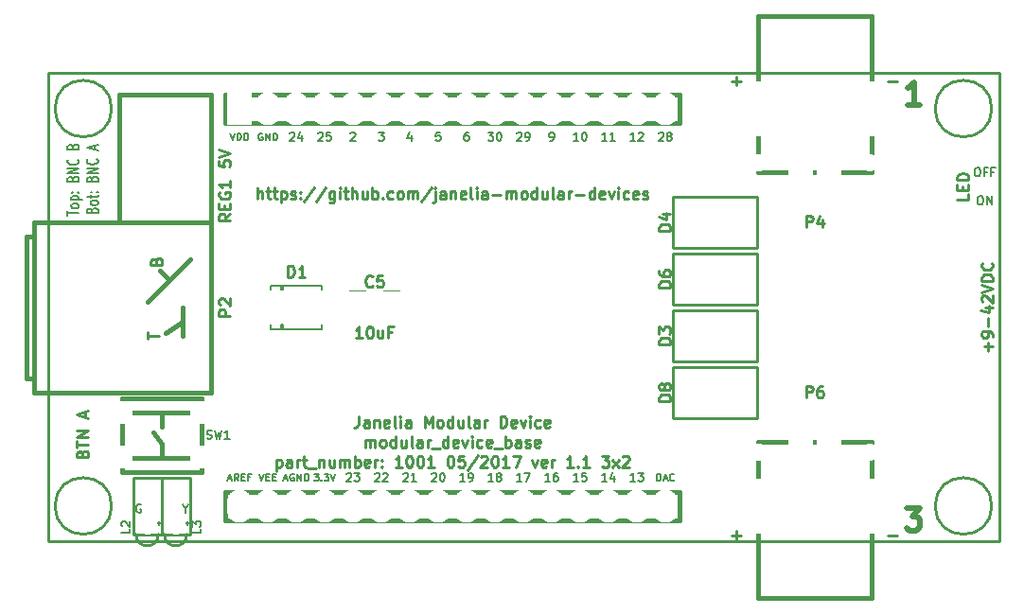
<source format=gto>
G04 #@! TF.GenerationSoftware,KiCad,Pcbnew,no-vcs-found-ea855c1~58~ubuntu16.04.1*
G04 #@! TF.CreationDate,2017-05-24T14:39:48-04:00*
G04 #@! TF.ProjectId,modular_device_base_3x2,6D6F64756C61725F6465766963655F62,1.1*
G04 #@! TF.FileFunction,Legend,Top*
G04 #@! TF.FilePolarity,Positive*
%FSLAX46Y46*%
G04 Gerber Fmt 4.6, Leading zero omitted, Abs format (unit mm)*
G04 Created by KiCad (PCBNEW no-vcs-found-ea855c1~58~ubuntu16.04.1) date Wed May 24 14:39:48 2017*
%MOMM*%
%LPD*%
G01*
G04 APERTURE LIST*
%ADD10C,0.100000*%
%ADD11C,0.228600*%
%ADD12C,0.254000*%
%ADD13C,0.190500*%
%ADD14C,0.508000*%
%ADD15C,0.381000*%
%ADD16C,0.127000*%
%ADD17C,0.150000*%
%ADD18C,0.158750*%
%ADD19O,2.133600X1.625600*%
%ADD20O,1.625600X2.133600*%
%ADD21R,2.743200X2.057400*%
%ADD22O,2.743200X2.057400*%
%ADD23R,1.640000X1.800000*%
%ADD24R,5.160000X4.000000*%
%ADD25O,2.940000X1.924000*%
%ADD26R,3.067000X1.990040*%
%ADD27R,2.178000X4.591000*%
%ADD28C,1.600200*%
%ADD29R,2.997200X5.029200*%
%ADD30R,1.670000X2.940000*%
%ADD31R,3.110000X2.900000*%
%ADD32C,3.956000*%
%ADD33O,2.254200X2.940000*%
%ADD34R,2.254200X2.940000*%
%ADD35R,1.924000X2.940000*%
%ADD36O,1.924000X2.940000*%
%ADD37O,5.480000X3.448000*%
%ADD38O,2.432000X1.924000*%
%ADD39O,1.924000X2.432000*%
%ADD40C,2.330400*%
%ADD41O,4.972000X3.956000*%
%ADD42O,4.464000X5.480000*%
%ADD43O,5.480000X3.956000*%
G04 APERTURE END LIST*
D10*
D11*
X144145000Y-78740000D02*
X59055000Y-78740000D01*
X144145000Y-120650000D02*
X144145000Y-78740000D01*
X59055000Y-120650000D02*
X144145000Y-120650000D01*
X59055000Y-78740000D02*
X59055000Y-120650000D01*
D12*
X141429619Y-89553142D02*
X141429619Y-90036952D01*
X140413619Y-90036952D01*
X140897428Y-89214476D02*
X140897428Y-88875809D01*
X141429619Y-88730666D02*
X141429619Y-89214476D01*
X140413619Y-89214476D01*
X140413619Y-88730666D01*
X141429619Y-88295238D02*
X140413619Y-88295238D01*
X140413619Y-88053333D01*
X140462000Y-87908190D01*
X140558761Y-87811428D01*
X140655523Y-87763047D01*
X140849047Y-87714666D01*
X140994190Y-87714666D01*
X141187714Y-87763047D01*
X141284476Y-87811428D01*
X141381238Y-87908190D01*
X141429619Y-88053333D01*
X141429619Y-88295238D01*
D13*
X142149285Y-87212714D02*
X142294428Y-87212714D01*
X142367000Y-87249000D01*
X142439571Y-87321571D01*
X142475857Y-87466714D01*
X142475857Y-87720714D01*
X142439571Y-87865857D01*
X142367000Y-87938428D01*
X142294428Y-87974714D01*
X142149285Y-87974714D01*
X142076714Y-87938428D01*
X142004142Y-87865857D01*
X141967857Y-87720714D01*
X141967857Y-87466714D01*
X142004142Y-87321571D01*
X142076714Y-87249000D01*
X142149285Y-87212714D01*
X143056428Y-87575571D02*
X142802428Y-87575571D01*
X142802428Y-87974714D02*
X142802428Y-87212714D01*
X143165285Y-87212714D01*
X143709571Y-87575571D02*
X143455571Y-87575571D01*
X143455571Y-87974714D02*
X143455571Y-87212714D01*
X143818428Y-87212714D01*
X142403285Y-89752714D02*
X142548428Y-89752714D01*
X142621000Y-89789000D01*
X142693571Y-89861571D01*
X142729857Y-90006714D01*
X142729857Y-90260714D01*
X142693571Y-90405857D01*
X142621000Y-90478428D01*
X142548428Y-90514714D01*
X142403285Y-90514714D01*
X142330714Y-90478428D01*
X142258142Y-90405857D01*
X142221857Y-90260714D01*
X142221857Y-90006714D01*
X142258142Y-89861571D01*
X142330714Y-89789000D01*
X142403285Y-89752714D01*
X143056428Y-90514714D02*
X143056428Y-89752714D01*
X143491857Y-90514714D01*
X143491857Y-89752714D01*
X71374000Y-117710857D02*
X71374000Y-118073714D01*
X71120000Y-117311714D02*
X71374000Y-117710857D01*
X71628000Y-117311714D01*
X67382571Y-117348000D02*
X67310000Y-117311714D01*
X67201142Y-117311714D01*
X67092285Y-117348000D01*
X67019714Y-117420571D01*
X66983428Y-117493142D01*
X66947142Y-117638285D01*
X66947142Y-117747142D01*
X66983428Y-117892285D01*
X67019714Y-117964857D01*
X67092285Y-118037428D01*
X67201142Y-118073714D01*
X67273714Y-118073714D01*
X67382571Y-118037428D01*
X67418857Y-118001142D01*
X67418857Y-117747142D01*
X67273714Y-117747142D01*
D12*
X77832857Y-89994619D02*
X77832857Y-88978619D01*
X78268285Y-89994619D02*
X78268285Y-89462428D01*
X78219904Y-89365666D01*
X78123142Y-89317285D01*
X77978000Y-89317285D01*
X77881238Y-89365666D01*
X77832857Y-89414047D01*
X78606952Y-89317285D02*
X78994000Y-89317285D01*
X78752095Y-88978619D02*
X78752095Y-89849476D01*
X78800476Y-89946238D01*
X78897238Y-89994619D01*
X78994000Y-89994619D01*
X79187523Y-89317285D02*
X79574571Y-89317285D01*
X79332666Y-88978619D02*
X79332666Y-89849476D01*
X79381047Y-89946238D01*
X79477809Y-89994619D01*
X79574571Y-89994619D01*
X79913238Y-89317285D02*
X79913238Y-90333285D01*
X79913238Y-89365666D02*
X80010000Y-89317285D01*
X80203523Y-89317285D01*
X80300285Y-89365666D01*
X80348666Y-89414047D01*
X80397047Y-89510809D01*
X80397047Y-89801095D01*
X80348666Y-89897857D01*
X80300285Y-89946238D01*
X80203523Y-89994619D01*
X80010000Y-89994619D01*
X79913238Y-89946238D01*
X80784095Y-89946238D02*
X80880857Y-89994619D01*
X81074380Y-89994619D01*
X81171142Y-89946238D01*
X81219523Y-89849476D01*
X81219523Y-89801095D01*
X81171142Y-89704333D01*
X81074380Y-89655952D01*
X80929238Y-89655952D01*
X80832476Y-89607571D01*
X80784095Y-89510809D01*
X80784095Y-89462428D01*
X80832476Y-89365666D01*
X80929238Y-89317285D01*
X81074380Y-89317285D01*
X81171142Y-89365666D01*
X81654952Y-89897857D02*
X81703333Y-89946238D01*
X81654952Y-89994619D01*
X81606571Y-89946238D01*
X81654952Y-89897857D01*
X81654952Y-89994619D01*
X81654952Y-89365666D02*
X81703333Y-89414047D01*
X81654952Y-89462428D01*
X81606571Y-89414047D01*
X81654952Y-89365666D01*
X81654952Y-89462428D01*
X82864476Y-88930238D02*
X81993619Y-90236523D01*
X83928857Y-88930238D02*
X83058000Y-90236523D01*
X84702952Y-89317285D02*
X84702952Y-90139761D01*
X84654571Y-90236523D01*
X84606190Y-90284904D01*
X84509428Y-90333285D01*
X84364285Y-90333285D01*
X84267523Y-90284904D01*
X84702952Y-89946238D02*
X84606190Y-89994619D01*
X84412666Y-89994619D01*
X84315904Y-89946238D01*
X84267523Y-89897857D01*
X84219142Y-89801095D01*
X84219142Y-89510809D01*
X84267523Y-89414047D01*
X84315904Y-89365666D01*
X84412666Y-89317285D01*
X84606190Y-89317285D01*
X84702952Y-89365666D01*
X85186761Y-89994619D02*
X85186761Y-89317285D01*
X85186761Y-88978619D02*
X85138380Y-89027000D01*
X85186761Y-89075380D01*
X85235142Y-89027000D01*
X85186761Y-88978619D01*
X85186761Y-89075380D01*
X85525428Y-89317285D02*
X85912476Y-89317285D01*
X85670571Y-88978619D02*
X85670571Y-89849476D01*
X85718952Y-89946238D01*
X85815714Y-89994619D01*
X85912476Y-89994619D01*
X86251142Y-89994619D02*
X86251142Y-88978619D01*
X86686571Y-89994619D02*
X86686571Y-89462428D01*
X86638190Y-89365666D01*
X86541428Y-89317285D01*
X86396285Y-89317285D01*
X86299523Y-89365666D01*
X86251142Y-89414047D01*
X87605809Y-89317285D02*
X87605809Y-89994619D01*
X87170380Y-89317285D02*
X87170380Y-89849476D01*
X87218761Y-89946238D01*
X87315523Y-89994619D01*
X87460666Y-89994619D01*
X87557428Y-89946238D01*
X87605809Y-89897857D01*
X88089619Y-89994619D02*
X88089619Y-88978619D01*
X88089619Y-89365666D02*
X88186380Y-89317285D01*
X88379904Y-89317285D01*
X88476666Y-89365666D01*
X88525047Y-89414047D01*
X88573428Y-89510809D01*
X88573428Y-89801095D01*
X88525047Y-89897857D01*
X88476666Y-89946238D01*
X88379904Y-89994619D01*
X88186380Y-89994619D01*
X88089619Y-89946238D01*
X89008857Y-89897857D02*
X89057238Y-89946238D01*
X89008857Y-89994619D01*
X88960476Y-89946238D01*
X89008857Y-89897857D01*
X89008857Y-89994619D01*
X89928095Y-89946238D02*
X89831333Y-89994619D01*
X89637809Y-89994619D01*
X89541047Y-89946238D01*
X89492666Y-89897857D01*
X89444285Y-89801095D01*
X89444285Y-89510809D01*
X89492666Y-89414047D01*
X89541047Y-89365666D01*
X89637809Y-89317285D01*
X89831333Y-89317285D01*
X89928095Y-89365666D01*
X90508666Y-89994619D02*
X90411904Y-89946238D01*
X90363523Y-89897857D01*
X90315142Y-89801095D01*
X90315142Y-89510809D01*
X90363523Y-89414047D01*
X90411904Y-89365666D01*
X90508666Y-89317285D01*
X90653809Y-89317285D01*
X90750571Y-89365666D01*
X90798952Y-89414047D01*
X90847333Y-89510809D01*
X90847333Y-89801095D01*
X90798952Y-89897857D01*
X90750571Y-89946238D01*
X90653809Y-89994619D01*
X90508666Y-89994619D01*
X91282761Y-89994619D02*
X91282761Y-89317285D01*
X91282761Y-89414047D02*
X91331142Y-89365666D01*
X91427904Y-89317285D01*
X91573047Y-89317285D01*
X91669809Y-89365666D01*
X91718190Y-89462428D01*
X91718190Y-89994619D01*
X91718190Y-89462428D02*
X91766571Y-89365666D01*
X91863333Y-89317285D01*
X92008476Y-89317285D01*
X92105238Y-89365666D01*
X92153619Y-89462428D01*
X92153619Y-89994619D01*
X93363142Y-88930238D02*
X92492285Y-90236523D01*
X93701809Y-89317285D02*
X93701809Y-90188142D01*
X93653428Y-90284904D01*
X93556666Y-90333285D01*
X93508285Y-90333285D01*
X93701809Y-88978619D02*
X93653428Y-89027000D01*
X93701809Y-89075380D01*
X93750190Y-89027000D01*
X93701809Y-88978619D01*
X93701809Y-89075380D01*
X94621047Y-89994619D02*
X94621047Y-89462428D01*
X94572666Y-89365666D01*
X94475904Y-89317285D01*
X94282380Y-89317285D01*
X94185619Y-89365666D01*
X94621047Y-89946238D02*
X94524285Y-89994619D01*
X94282380Y-89994619D01*
X94185619Y-89946238D01*
X94137238Y-89849476D01*
X94137238Y-89752714D01*
X94185619Y-89655952D01*
X94282380Y-89607571D01*
X94524285Y-89607571D01*
X94621047Y-89559190D01*
X95104857Y-89317285D02*
X95104857Y-89994619D01*
X95104857Y-89414047D02*
X95153238Y-89365666D01*
X95250000Y-89317285D01*
X95395142Y-89317285D01*
X95491904Y-89365666D01*
X95540285Y-89462428D01*
X95540285Y-89994619D01*
X96411142Y-89946238D02*
X96314380Y-89994619D01*
X96120857Y-89994619D01*
X96024095Y-89946238D01*
X95975714Y-89849476D01*
X95975714Y-89462428D01*
X96024095Y-89365666D01*
X96120857Y-89317285D01*
X96314380Y-89317285D01*
X96411142Y-89365666D01*
X96459523Y-89462428D01*
X96459523Y-89559190D01*
X95975714Y-89655952D01*
X97040095Y-89994619D02*
X96943333Y-89946238D01*
X96894952Y-89849476D01*
X96894952Y-88978619D01*
X97427142Y-89994619D02*
X97427142Y-89317285D01*
X97427142Y-88978619D02*
X97378761Y-89027000D01*
X97427142Y-89075380D01*
X97475523Y-89027000D01*
X97427142Y-88978619D01*
X97427142Y-89075380D01*
X98346380Y-89994619D02*
X98346380Y-89462428D01*
X98298000Y-89365666D01*
X98201238Y-89317285D01*
X98007714Y-89317285D01*
X97910952Y-89365666D01*
X98346380Y-89946238D02*
X98249619Y-89994619D01*
X98007714Y-89994619D01*
X97910952Y-89946238D01*
X97862571Y-89849476D01*
X97862571Y-89752714D01*
X97910952Y-89655952D01*
X98007714Y-89607571D01*
X98249619Y-89607571D01*
X98346380Y-89559190D01*
X98830190Y-89607571D02*
X99604285Y-89607571D01*
X100088095Y-89994619D02*
X100088095Y-89317285D01*
X100088095Y-89414047D02*
X100136476Y-89365666D01*
X100233238Y-89317285D01*
X100378380Y-89317285D01*
X100475142Y-89365666D01*
X100523523Y-89462428D01*
X100523523Y-89994619D01*
X100523523Y-89462428D02*
X100571904Y-89365666D01*
X100668666Y-89317285D01*
X100813809Y-89317285D01*
X100910571Y-89365666D01*
X100958952Y-89462428D01*
X100958952Y-89994619D01*
X101587904Y-89994619D02*
X101491142Y-89946238D01*
X101442761Y-89897857D01*
X101394380Y-89801095D01*
X101394380Y-89510809D01*
X101442761Y-89414047D01*
X101491142Y-89365666D01*
X101587904Y-89317285D01*
X101733047Y-89317285D01*
X101829809Y-89365666D01*
X101878190Y-89414047D01*
X101926571Y-89510809D01*
X101926571Y-89801095D01*
X101878190Y-89897857D01*
X101829809Y-89946238D01*
X101733047Y-89994619D01*
X101587904Y-89994619D01*
X102797428Y-89994619D02*
X102797428Y-88978619D01*
X102797428Y-89946238D02*
X102700666Y-89994619D01*
X102507142Y-89994619D01*
X102410380Y-89946238D01*
X102362000Y-89897857D01*
X102313619Y-89801095D01*
X102313619Y-89510809D01*
X102362000Y-89414047D01*
X102410380Y-89365666D01*
X102507142Y-89317285D01*
X102700666Y-89317285D01*
X102797428Y-89365666D01*
X103716666Y-89317285D02*
X103716666Y-89994619D01*
X103281238Y-89317285D02*
X103281238Y-89849476D01*
X103329619Y-89946238D01*
X103426380Y-89994619D01*
X103571523Y-89994619D01*
X103668285Y-89946238D01*
X103716666Y-89897857D01*
X104345619Y-89994619D02*
X104248857Y-89946238D01*
X104200476Y-89849476D01*
X104200476Y-88978619D01*
X105168095Y-89994619D02*
X105168095Y-89462428D01*
X105119714Y-89365666D01*
X105022952Y-89317285D01*
X104829428Y-89317285D01*
X104732666Y-89365666D01*
X105168095Y-89946238D02*
X105071333Y-89994619D01*
X104829428Y-89994619D01*
X104732666Y-89946238D01*
X104684285Y-89849476D01*
X104684285Y-89752714D01*
X104732666Y-89655952D01*
X104829428Y-89607571D01*
X105071333Y-89607571D01*
X105168095Y-89559190D01*
X105651904Y-89994619D02*
X105651904Y-89317285D01*
X105651904Y-89510809D02*
X105700285Y-89414047D01*
X105748666Y-89365666D01*
X105845428Y-89317285D01*
X105942190Y-89317285D01*
X106280857Y-89607571D02*
X107054952Y-89607571D01*
X107974190Y-89994619D02*
X107974190Y-88978619D01*
X107974190Y-89946238D02*
X107877428Y-89994619D01*
X107683904Y-89994619D01*
X107587142Y-89946238D01*
X107538761Y-89897857D01*
X107490380Y-89801095D01*
X107490380Y-89510809D01*
X107538761Y-89414047D01*
X107587142Y-89365666D01*
X107683904Y-89317285D01*
X107877428Y-89317285D01*
X107974190Y-89365666D01*
X108845047Y-89946238D02*
X108748285Y-89994619D01*
X108554761Y-89994619D01*
X108458000Y-89946238D01*
X108409619Y-89849476D01*
X108409619Y-89462428D01*
X108458000Y-89365666D01*
X108554761Y-89317285D01*
X108748285Y-89317285D01*
X108845047Y-89365666D01*
X108893428Y-89462428D01*
X108893428Y-89559190D01*
X108409619Y-89655952D01*
X109232095Y-89317285D02*
X109474000Y-89994619D01*
X109715904Y-89317285D01*
X110102952Y-89994619D02*
X110102952Y-89317285D01*
X110102952Y-88978619D02*
X110054571Y-89027000D01*
X110102952Y-89075380D01*
X110151333Y-89027000D01*
X110102952Y-88978619D01*
X110102952Y-89075380D01*
X111022190Y-89946238D02*
X110925428Y-89994619D01*
X110731904Y-89994619D01*
X110635142Y-89946238D01*
X110586761Y-89897857D01*
X110538380Y-89801095D01*
X110538380Y-89510809D01*
X110586761Y-89414047D01*
X110635142Y-89365666D01*
X110731904Y-89317285D01*
X110925428Y-89317285D01*
X111022190Y-89365666D01*
X111844666Y-89946238D02*
X111747904Y-89994619D01*
X111554380Y-89994619D01*
X111457619Y-89946238D01*
X111409238Y-89849476D01*
X111409238Y-89462428D01*
X111457619Y-89365666D01*
X111554380Y-89317285D01*
X111747904Y-89317285D01*
X111844666Y-89365666D01*
X111893047Y-89462428D01*
X111893047Y-89559190D01*
X111409238Y-89655952D01*
X112280095Y-89946238D02*
X112376857Y-89994619D01*
X112570380Y-89994619D01*
X112667142Y-89946238D01*
X112715523Y-89849476D01*
X112715523Y-89801095D01*
X112667142Y-89704333D01*
X112570380Y-89655952D01*
X112425238Y-89655952D01*
X112328476Y-89607571D01*
X112280095Y-89510809D01*
X112280095Y-89462428D01*
X112328476Y-89365666D01*
X112425238Y-89317285D01*
X112570380Y-89317285D01*
X112667142Y-89365666D01*
D13*
X60816369Y-91476285D02*
X60816369Y-91040857D01*
X61832369Y-91258571D02*
X60816369Y-91258571D01*
X61832369Y-90678000D02*
X61783988Y-90750571D01*
X61735607Y-90786857D01*
X61638845Y-90823142D01*
X61348559Y-90823142D01*
X61251797Y-90786857D01*
X61203416Y-90750571D01*
X61155035Y-90678000D01*
X61155035Y-90569142D01*
X61203416Y-90496571D01*
X61251797Y-90460285D01*
X61348559Y-90424000D01*
X61638845Y-90424000D01*
X61735607Y-90460285D01*
X61783988Y-90496571D01*
X61832369Y-90569142D01*
X61832369Y-90678000D01*
X61155035Y-90097428D02*
X62171035Y-90097428D01*
X61203416Y-90097428D02*
X61155035Y-90024857D01*
X61155035Y-89879714D01*
X61203416Y-89807142D01*
X61251797Y-89770857D01*
X61348559Y-89734571D01*
X61638845Y-89734571D01*
X61735607Y-89770857D01*
X61783988Y-89807142D01*
X61832369Y-89879714D01*
X61832369Y-90024857D01*
X61783988Y-90097428D01*
X61735607Y-89408000D02*
X61783988Y-89371714D01*
X61832369Y-89408000D01*
X61783988Y-89444285D01*
X61735607Y-89408000D01*
X61832369Y-89408000D01*
X61203416Y-89408000D02*
X61251797Y-89371714D01*
X61300178Y-89408000D01*
X61251797Y-89444285D01*
X61203416Y-89408000D01*
X61300178Y-89408000D01*
X61300178Y-88210571D02*
X61348559Y-88101714D01*
X61396940Y-88065428D01*
X61493702Y-88029142D01*
X61638845Y-88029142D01*
X61735607Y-88065428D01*
X61783988Y-88101714D01*
X61832369Y-88174285D01*
X61832369Y-88464571D01*
X60816369Y-88464571D01*
X60816369Y-88210571D01*
X60864750Y-88138000D01*
X60913130Y-88101714D01*
X61009892Y-88065428D01*
X61106654Y-88065428D01*
X61203416Y-88101714D01*
X61251797Y-88138000D01*
X61300178Y-88210571D01*
X61300178Y-88464571D01*
X61832369Y-87702571D02*
X60816369Y-87702571D01*
X61832369Y-87267142D01*
X60816369Y-87267142D01*
X61735607Y-86468857D02*
X61783988Y-86505142D01*
X61832369Y-86614000D01*
X61832369Y-86686571D01*
X61783988Y-86795428D01*
X61687226Y-86868000D01*
X61590464Y-86904285D01*
X61396940Y-86940571D01*
X61251797Y-86940571D01*
X61058273Y-86904285D01*
X60961511Y-86868000D01*
X60864750Y-86795428D01*
X60816369Y-86686571D01*
X60816369Y-86614000D01*
X60864750Y-86505142D01*
X60913130Y-86468857D01*
X61300178Y-85307714D02*
X61348559Y-85198857D01*
X61396940Y-85162571D01*
X61493702Y-85126285D01*
X61638845Y-85126285D01*
X61735607Y-85162571D01*
X61783988Y-85198857D01*
X61832369Y-85271428D01*
X61832369Y-85561714D01*
X60816369Y-85561714D01*
X60816369Y-85307714D01*
X60864750Y-85235142D01*
X60913130Y-85198857D01*
X61009892Y-85162571D01*
X61106654Y-85162571D01*
X61203416Y-85198857D01*
X61251797Y-85235142D01*
X61300178Y-85307714D01*
X61300178Y-85561714D01*
X63014678Y-91022714D02*
X63063059Y-90913857D01*
X63111440Y-90877571D01*
X63208202Y-90841285D01*
X63353345Y-90841285D01*
X63450107Y-90877571D01*
X63498488Y-90913857D01*
X63546869Y-90986428D01*
X63546869Y-91276714D01*
X62530869Y-91276714D01*
X62530869Y-91022714D01*
X62579250Y-90950142D01*
X62627630Y-90913857D01*
X62724392Y-90877571D01*
X62821154Y-90877571D01*
X62917916Y-90913857D01*
X62966297Y-90950142D01*
X63014678Y-91022714D01*
X63014678Y-91276714D01*
X63546869Y-90405857D02*
X63498488Y-90478428D01*
X63450107Y-90514714D01*
X63353345Y-90551000D01*
X63063059Y-90551000D01*
X62966297Y-90514714D01*
X62917916Y-90478428D01*
X62869535Y-90405857D01*
X62869535Y-90297000D01*
X62917916Y-90224428D01*
X62966297Y-90188142D01*
X63063059Y-90151857D01*
X63353345Y-90151857D01*
X63450107Y-90188142D01*
X63498488Y-90224428D01*
X63546869Y-90297000D01*
X63546869Y-90405857D01*
X62869535Y-89934142D02*
X62869535Y-89643857D01*
X62530869Y-89825285D02*
X63401726Y-89825285D01*
X63498488Y-89789000D01*
X63546869Y-89716428D01*
X63546869Y-89643857D01*
X63450107Y-89389857D02*
X63498488Y-89353571D01*
X63546869Y-89389857D01*
X63498488Y-89426142D01*
X63450107Y-89389857D01*
X63546869Y-89389857D01*
X62917916Y-89389857D02*
X62966297Y-89353571D01*
X63014678Y-89389857D01*
X62966297Y-89426142D01*
X62917916Y-89389857D01*
X63014678Y-89389857D01*
X63014678Y-88192428D02*
X63063059Y-88083571D01*
X63111440Y-88047285D01*
X63208202Y-88011000D01*
X63353345Y-88011000D01*
X63450107Y-88047285D01*
X63498488Y-88083571D01*
X63546869Y-88156142D01*
X63546869Y-88446428D01*
X62530869Y-88446428D01*
X62530869Y-88192428D01*
X62579250Y-88119857D01*
X62627630Y-88083571D01*
X62724392Y-88047285D01*
X62821154Y-88047285D01*
X62917916Y-88083571D01*
X62966297Y-88119857D01*
X63014678Y-88192428D01*
X63014678Y-88446428D01*
X63546869Y-87684428D02*
X62530869Y-87684428D01*
X63546869Y-87249000D01*
X62530869Y-87249000D01*
X63450107Y-86450714D02*
X63498488Y-86487000D01*
X63546869Y-86595857D01*
X63546869Y-86668428D01*
X63498488Y-86777285D01*
X63401726Y-86849857D01*
X63304964Y-86886142D01*
X63111440Y-86922428D01*
X62966297Y-86922428D01*
X62772773Y-86886142D01*
X62676011Y-86849857D01*
X62579250Y-86777285D01*
X62530869Y-86668428D01*
X62530869Y-86595857D01*
X62579250Y-86487000D01*
X62627630Y-86450714D01*
X63256583Y-85579857D02*
X63256583Y-85217000D01*
X63546869Y-85652428D02*
X62530869Y-85398428D01*
X63546869Y-85144428D01*
D12*
X143201571Y-103613857D02*
X143201571Y-102839761D01*
X143588619Y-103226809D02*
X142814523Y-103226809D01*
X143588619Y-102307571D02*
X143588619Y-102114047D01*
X143540238Y-102017285D01*
X143491857Y-101968904D01*
X143346714Y-101872142D01*
X143153190Y-101823761D01*
X142766142Y-101823761D01*
X142669380Y-101872142D01*
X142621000Y-101920523D01*
X142572619Y-102017285D01*
X142572619Y-102210809D01*
X142621000Y-102307571D01*
X142669380Y-102355952D01*
X142766142Y-102404333D01*
X143008047Y-102404333D01*
X143104809Y-102355952D01*
X143153190Y-102307571D01*
X143201571Y-102210809D01*
X143201571Y-102017285D01*
X143153190Y-101920523D01*
X143104809Y-101872142D01*
X143008047Y-101823761D01*
X143201571Y-101388333D02*
X143201571Y-100614238D01*
X142911285Y-99695000D02*
X143588619Y-99695000D01*
X142524238Y-99936904D02*
X143249952Y-100178809D01*
X143249952Y-99549857D01*
X142669380Y-99211190D02*
X142621000Y-99162809D01*
X142572619Y-99066047D01*
X142572619Y-98824142D01*
X142621000Y-98727380D01*
X142669380Y-98679000D01*
X142766142Y-98630619D01*
X142862904Y-98630619D01*
X143008047Y-98679000D01*
X143588619Y-99259571D01*
X143588619Y-98630619D01*
X142572619Y-98340333D02*
X143588619Y-98001666D01*
X142572619Y-97663000D01*
X143588619Y-97324333D02*
X142572619Y-97324333D01*
X142572619Y-97082428D01*
X142621000Y-96937285D01*
X142717761Y-96840523D01*
X142814523Y-96792142D01*
X143008047Y-96743761D01*
X143153190Y-96743761D01*
X143346714Y-96792142D01*
X143443476Y-96840523D01*
X143540238Y-96937285D01*
X143588619Y-97082428D01*
X143588619Y-97324333D01*
X143491857Y-95727761D02*
X143540238Y-95776142D01*
X143588619Y-95921285D01*
X143588619Y-96018047D01*
X143540238Y-96163190D01*
X143443476Y-96259952D01*
X143346714Y-96308333D01*
X143153190Y-96356714D01*
X143008047Y-96356714D01*
X142814523Y-96308333D01*
X142717761Y-96259952D01*
X142621000Y-96163190D01*
X142572619Y-96018047D01*
X142572619Y-95921285D01*
X142621000Y-95776142D01*
X142669380Y-95727761D01*
D14*
X135847666Y-117632238D02*
X137105571Y-117632238D01*
X136428238Y-118406333D01*
X136718523Y-118406333D01*
X136912047Y-118503095D01*
X137008809Y-118599857D01*
X137105571Y-118793380D01*
X137105571Y-119277190D01*
X137008809Y-119470714D01*
X136912047Y-119567476D01*
X136718523Y-119664238D01*
X136137952Y-119664238D01*
X135944428Y-119567476D01*
X135847666Y-119470714D01*
X137105571Y-81564238D02*
X135944428Y-81564238D01*
X136525000Y-81564238D02*
X136525000Y-79532238D01*
X136331476Y-79822523D01*
X136137952Y-80016047D01*
X135944428Y-80112809D01*
D12*
X134232952Y-120087571D02*
X135007047Y-120087571D01*
X134232952Y-79447571D02*
X135007047Y-79447571D01*
X120262952Y-79447571D02*
X121037047Y-79447571D01*
X120650000Y-79834619D02*
X120650000Y-79060523D01*
X120262952Y-120087571D02*
X121037047Y-120087571D01*
X120650000Y-120474619D02*
X120650000Y-119700523D01*
X74373619Y-86553523D02*
X74373619Y-87037333D01*
X74857428Y-87085714D01*
X74809047Y-87037333D01*
X74760666Y-86940571D01*
X74760666Y-86698666D01*
X74809047Y-86601904D01*
X74857428Y-86553523D01*
X74954190Y-86505142D01*
X75196095Y-86505142D01*
X75292857Y-86553523D01*
X75341238Y-86601904D01*
X75389619Y-86698666D01*
X75389619Y-86940571D01*
X75341238Y-87037333D01*
X75292857Y-87085714D01*
X74373619Y-86214857D02*
X75389619Y-85876190D01*
X74373619Y-85537523D01*
X86855904Y-109425619D02*
X86855904Y-110151333D01*
X86807523Y-110296476D01*
X86710761Y-110393238D01*
X86565619Y-110441619D01*
X86468857Y-110441619D01*
X87775142Y-110441619D02*
X87775142Y-109909428D01*
X87726761Y-109812666D01*
X87630000Y-109764285D01*
X87436476Y-109764285D01*
X87339714Y-109812666D01*
X87775142Y-110393238D02*
X87678380Y-110441619D01*
X87436476Y-110441619D01*
X87339714Y-110393238D01*
X87291333Y-110296476D01*
X87291333Y-110199714D01*
X87339714Y-110102952D01*
X87436476Y-110054571D01*
X87678380Y-110054571D01*
X87775142Y-110006190D01*
X88258952Y-109764285D02*
X88258952Y-110441619D01*
X88258952Y-109861047D02*
X88307333Y-109812666D01*
X88404095Y-109764285D01*
X88549238Y-109764285D01*
X88646000Y-109812666D01*
X88694380Y-109909428D01*
X88694380Y-110441619D01*
X89565238Y-110393238D02*
X89468476Y-110441619D01*
X89274952Y-110441619D01*
X89178190Y-110393238D01*
X89129809Y-110296476D01*
X89129809Y-109909428D01*
X89178190Y-109812666D01*
X89274952Y-109764285D01*
X89468476Y-109764285D01*
X89565238Y-109812666D01*
X89613619Y-109909428D01*
X89613619Y-110006190D01*
X89129809Y-110102952D01*
X90194190Y-110441619D02*
X90097428Y-110393238D01*
X90049047Y-110296476D01*
X90049047Y-109425619D01*
X90581238Y-110441619D02*
X90581238Y-109764285D01*
X90581238Y-109425619D02*
X90532857Y-109474000D01*
X90581238Y-109522380D01*
X90629619Y-109474000D01*
X90581238Y-109425619D01*
X90581238Y-109522380D01*
X91500476Y-110441619D02*
X91500476Y-109909428D01*
X91452095Y-109812666D01*
X91355333Y-109764285D01*
X91161809Y-109764285D01*
X91065047Y-109812666D01*
X91500476Y-110393238D02*
X91403714Y-110441619D01*
X91161809Y-110441619D01*
X91065047Y-110393238D01*
X91016666Y-110296476D01*
X91016666Y-110199714D01*
X91065047Y-110102952D01*
X91161809Y-110054571D01*
X91403714Y-110054571D01*
X91500476Y-110006190D01*
X92758380Y-110441619D02*
X92758380Y-109425619D01*
X93097047Y-110151333D01*
X93435714Y-109425619D01*
X93435714Y-110441619D01*
X94064666Y-110441619D02*
X93967904Y-110393238D01*
X93919523Y-110344857D01*
X93871142Y-110248095D01*
X93871142Y-109957809D01*
X93919523Y-109861047D01*
X93967904Y-109812666D01*
X94064666Y-109764285D01*
X94209809Y-109764285D01*
X94306571Y-109812666D01*
X94354952Y-109861047D01*
X94403333Y-109957809D01*
X94403333Y-110248095D01*
X94354952Y-110344857D01*
X94306571Y-110393238D01*
X94209809Y-110441619D01*
X94064666Y-110441619D01*
X95274190Y-110441619D02*
X95274190Y-109425619D01*
X95274190Y-110393238D02*
X95177428Y-110441619D01*
X94983904Y-110441619D01*
X94887142Y-110393238D01*
X94838761Y-110344857D01*
X94790380Y-110248095D01*
X94790380Y-109957809D01*
X94838761Y-109861047D01*
X94887142Y-109812666D01*
X94983904Y-109764285D01*
X95177428Y-109764285D01*
X95274190Y-109812666D01*
X96193428Y-109764285D02*
X96193428Y-110441619D01*
X95758000Y-109764285D02*
X95758000Y-110296476D01*
X95806380Y-110393238D01*
X95903142Y-110441619D01*
X96048285Y-110441619D01*
X96145047Y-110393238D01*
X96193428Y-110344857D01*
X96822380Y-110441619D02*
X96725619Y-110393238D01*
X96677238Y-110296476D01*
X96677238Y-109425619D01*
X97644857Y-110441619D02*
X97644857Y-109909428D01*
X97596476Y-109812666D01*
X97499714Y-109764285D01*
X97306190Y-109764285D01*
X97209428Y-109812666D01*
X97644857Y-110393238D02*
X97548095Y-110441619D01*
X97306190Y-110441619D01*
X97209428Y-110393238D01*
X97161047Y-110296476D01*
X97161047Y-110199714D01*
X97209428Y-110102952D01*
X97306190Y-110054571D01*
X97548095Y-110054571D01*
X97644857Y-110006190D01*
X98128666Y-110441619D02*
X98128666Y-109764285D01*
X98128666Y-109957809D02*
X98177047Y-109861047D01*
X98225428Y-109812666D01*
X98322190Y-109764285D01*
X98418952Y-109764285D01*
X99531714Y-110441619D02*
X99531714Y-109425619D01*
X99773619Y-109425619D01*
X99918761Y-109474000D01*
X100015523Y-109570761D01*
X100063904Y-109667523D01*
X100112285Y-109861047D01*
X100112285Y-110006190D01*
X100063904Y-110199714D01*
X100015523Y-110296476D01*
X99918761Y-110393238D01*
X99773619Y-110441619D01*
X99531714Y-110441619D01*
X100934761Y-110393238D02*
X100838000Y-110441619D01*
X100644476Y-110441619D01*
X100547714Y-110393238D01*
X100499333Y-110296476D01*
X100499333Y-109909428D01*
X100547714Y-109812666D01*
X100644476Y-109764285D01*
X100838000Y-109764285D01*
X100934761Y-109812666D01*
X100983142Y-109909428D01*
X100983142Y-110006190D01*
X100499333Y-110102952D01*
X101321809Y-109764285D02*
X101563714Y-110441619D01*
X101805619Y-109764285D01*
X102192666Y-110441619D02*
X102192666Y-109764285D01*
X102192666Y-109425619D02*
X102144285Y-109474000D01*
X102192666Y-109522380D01*
X102241047Y-109474000D01*
X102192666Y-109425619D01*
X102192666Y-109522380D01*
X103111904Y-110393238D02*
X103015142Y-110441619D01*
X102821619Y-110441619D01*
X102724857Y-110393238D01*
X102676476Y-110344857D01*
X102628095Y-110248095D01*
X102628095Y-109957809D01*
X102676476Y-109861047D01*
X102724857Y-109812666D01*
X102821619Y-109764285D01*
X103015142Y-109764285D01*
X103111904Y-109812666D01*
X103934380Y-110393238D02*
X103837619Y-110441619D01*
X103644095Y-110441619D01*
X103547333Y-110393238D01*
X103498952Y-110296476D01*
X103498952Y-109909428D01*
X103547333Y-109812666D01*
X103644095Y-109764285D01*
X103837619Y-109764285D01*
X103934380Y-109812666D01*
X103982761Y-109909428D01*
X103982761Y-110006190D01*
X103498952Y-110102952D01*
X87460666Y-112219619D02*
X87460666Y-111542285D01*
X87460666Y-111639047D02*
X87509047Y-111590666D01*
X87605809Y-111542285D01*
X87750952Y-111542285D01*
X87847714Y-111590666D01*
X87896095Y-111687428D01*
X87896095Y-112219619D01*
X87896095Y-111687428D02*
X87944476Y-111590666D01*
X88041238Y-111542285D01*
X88186380Y-111542285D01*
X88283142Y-111590666D01*
X88331523Y-111687428D01*
X88331523Y-112219619D01*
X88960476Y-112219619D02*
X88863714Y-112171238D01*
X88815333Y-112122857D01*
X88766952Y-112026095D01*
X88766952Y-111735809D01*
X88815333Y-111639047D01*
X88863714Y-111590666D01*
X88960476Y-111542285D01*
X89105619Y-111542285D01*
X89202380Y-111590666D01*
X89250761Y-111639047D01*
X89299142Y-111735809D01*
X89299142Y-112026095D01*
X89250761Y-112122857D01*
X89202380Y-112171238D01*
X89105619Y-112219619D01*
X88960476Y-112219619D01*
X90170000Y-112219619D02*
X90170000Y-111203619D01*
X90170000Y-112171238D02*
X90073238Y-112219619D01*
X89879714Y-112219619D01*
X89782952Y-112171238D01*
X89734571Y-112122857D01*
X89686190Y-112026095D01*
X89686190Y-111735809D01*
X89734571Y-111639047D01*
X89782952Y-111590666D01*
X89879714Y-111542285D01*
X90073238Y-111542285D01*
X90170000Y-111590666D01*
X91089238Y-111542285D02*
X91089238Y-112219619D01*
X90653809Y-111542285D02*
X90653809Y-112074476D01*
X90702190Y-112171238D01*
X90798952Y-112219619D01*
X90944095Y-112219619D01*
X91040857Y-112171238D01*
X91089238Y-112122857D01*
X91718190Y-112219619D02*
X91621428Y-112171238D01*
X91573047Y-112074476D01*
X91573047Y-111203619D01*
X92540666Y-112219619D02*
X92540666Y-111687428D01*
X92492285Y-111590666D01*
X92395523Y-111542285D01*
X92202000Y-111542285D01*
X92105238Y-111590666D01*
X92540666Y-112171238D02*
X92443904Y-112219619D01*
X92202000Y-112219619D01*
X92105238Y-112171238D01*
X92056857Y-112074476D01*
X92056857Y-111977714D01*
X92105238Y-111880952D01*
X92202000Y-111832571D01*
X92443904Y-111832571D01*
X92540666Y-111784190D01*
X93024476Y-112219619D02*
X93024476Y-111542285D01*
X93024476Y-111735809D02*
X93072857Y-111639047D01*
X93121238Y-111590666D01*
X93218000Y-111542285D01*
X93314761Y-111542285D01*
X93411523Y-112316380D02*
X94185619Y-112316380D01*
X94862952Y-112219619D02*
X94862952Y-111203619D01*
X94862952Y-112171238D02*
X94766190Y-112219619D01*
X94572666Y-112219619D01*
X94475904Y-112171238D01*
X94427523Y-112122857D01*
X94379142Y-112026095D01*
X94379142Y-111735809D01*
X94427523Y-111639047D01*
X94475904Y-111590666D01*
X94572666Y-111542285D01*
X94766190Y-111542285D01*
X94862952Y-111590666D01*
X95733809Y-112171238D02*
X95637047Y-112219619D01*
X95443523Y-112219619D01*
X95346761Y-112171238D01*
X95298380Y-112074476D01*
X95298380Y-111687428D01*
X95346761Y-111590666D01*
X95443523Y-111542285D01*
X95637047Y-111542285D01*
X95733809Y-111590666D01*
X95782190Y-111687428D01*
X95782190Y-111784190D01*
X95298380Y-111880952D01*
X96120857Y-111542285D02*
X96362761Y-112219619D01*
X96604666Y-111542285D01*
X96991714Y-112219619D02*
X96991714Y-111542285D01*
X96991714Y-111203619D02*
X96943333Y-111252000D01*
X96991714Y-111300380D01*
X97040095Y-111252000D01*
X96991714Y-111203619D01*
X96991714Y-111300380D01*
X97910952Y-112171238D02*
X97814190Y-112219619D01*
X97620666Y-112219619D01*
X97523904Y-112171238D01*
X97475523Y-112122857D01*
X97427142Y-112026095D01*
X97427142Y-111735809D01*
X97475523Y-111639047D01*
X97523904Y-111590666D01*
X97620666Y-111542285D01*
X97814190Y-111542285D01*
X97910952Y-111590666D01*
X98733428Y-112171238D02*
X98636666Y-112219619D01*
X98443142Y-112219619D01*
X98346380Y-112171238D01*
X98298000Y-112074476D01*
X98298000Y-111687428D01*
X98346380Y-111590666D01*
X98443142Y-111542285D01*
X98636666Y-111542285D01*
X98733428Y-111590666D01*
X98781809Y-111687428D01*
X98781809Y-111784190D01*
X98298000Y-111880952D01*
X98975333Y-112316380D02*
X99749428Y-112316380D01*
X99991333Y-112219619D02*
X99991333Y-111203619D01*
X99991333Y-111590666D02*
X100088095Y-111542285D01*
X100281619Y-111542285D01*
X100378380Y-111590666D01*
X100426761Y-111639047D01*
X100475142Y-111735809D01*
X100475142Y-112026095D01*
X100426761Y-112122857D01*
X100378380Y-112171238D01*
X100281619Y-112219619D01*
X100088095Y-112219619D01*
X99991333Y-112171238D01*
X101346000Y-112219619D02*
X101346000Y-111687428D01*
X101297619Y-111590666D01*
X101200857Y-111542285D01*
X101007333Y-111542285D01*
X100910571Y-111590666D01*
X101346000Y-112171238D02*
X101249238Y-112219619D01*
X101007333Y-112219619D01*
X100910571Y-112171238D01*
X100862190Y-112074476D01*
X100862190Y-111977714D01*
X100910571Y-111880952D01*
X101007333Y-111832571D01*
X101249238Y-111832571D01*
X101346000Y-111784190D01*
X101781428Y-112171238D02*
X101878190Y-112219619D01*
X102071714Y-112219619D01*
X102168476Y-112171238D01*
X102216857Y-112074476D01*
X102216857Y-112026095D01*
X102168476Y-111929333D01*
X102071714Y-111880952D01*
X101926571Y-111880952D01*
X101829809Y-111832571D01*
X101781428Y-111735809D01*
X101781428Y-111687428D01*
X101829809Y-111590666D01*
X101926571Y-111542285D01*
X102071714Y-111542285D01*
X102168476Y-111590666D01*
X103039333Y-112171238D02*
X102942571Y-112219619D01*
X102749047Y-112219619D01*
X102652285Y-112171238D01*
X102603904Y-112074476D01*
X102603904Y-111687428D01*
X102652285Y-111590666D01*
X102749047Y-111542285D01*
X102942571Y-111542285D01*
X103039333Y-111590666D01*
X103087714Y-111687428D01*
X103087714Y-111784190D01*
X102603904Y-111880952D01*
X79502000Y-113320285D02*
X79502000Y-114336285D01*
X79502000Y-113368666D02*
X79598761Y-113320285D01*
X79792285Y-113320285D01*
X79889047Y-113368666D01*
X79937428Y-113417047D01*
X79985809Y-113513809D01*
X79985809Y-113804095D01*
X79937428Y-113900857D01*
X79889047Y-113949238D01*
X79792285Y-113997619D01*
X79598761Y-113997619D01*
X79502000Y-113949238D01*
X80856666Y-113997619D02*
X80856666Y-113465428D01*
X80808285Y-113368666D01*
X80711523Y-113320285D01*
X80518000Y-113320285D01*
X80421238Y-113368666D01*
X80856666Y-113949238D02*
X80759904Y-113997619D01*
X80518000Y-113997619D01*
X80421238Y-113949238D01*
X80372857Y-113852476D01*
X80372857Y-113755714D01*
X80421238Y-113658952D01*
X80518000Y-113610571D01*
X80759904Y-113610571D01*
X80856666Y-113562190D01*
X81340476Y-113997619D02*
X81340476Y-113320285D01*
X81340476Y-113513809D02*
X81388857Y-113417047D01*
X81437238Y-113368666D01*
X81534000Y-113320285D01*
X81630761Y-113320285D01*
X81824285Y-113320285D02*
X82211333Y-113320285D01*
X81969428Y-112981619D02*
X81969428Y-113852476D01*
X82017809Y-113949238D01*
X82114571Y-113997619D01*
X82211333Y-113997619D01*
X82308095Y-114094380D02*
X83082190Y-114094380D01*
X83324095Y-113320285D02*
X83324095Y-113997619D01*
X83324095Y-113417047D02*
X83372476Y-113368666D01*
X83469238Y-113320285D01*
X83614380Y-113320285D01*
X83711142Y-113368666D01*
X83759523Y-113465428D01*
X83759523Y-113997619D01*
X84678761Y-113320285D02*
X84678761Y-113997619D01*
X84243333Y-113320285D02*
X84243333Y-113852476D01*
X84291714Y-113949238D01*
X84388476Y-113997619D01*
X84533619Y-113997619D01*
X84630380Y-113949238D01*
X84678761Y-113900857D01*
X85162571Y-113997619D02*
X85162571Y-113320285D01*
X85162571Y-113417047D02*
X85210952Y-113368666D01*
X85307714Y-113320285D01*
X85452857Y-113320285D01*
X85549619Y-113368666D01*
X85598000Y-113465428D01*
X85598000Y-113997619D01*
X85598000Y-113465428D02*
X85646380Y-113368666D01*
X85743142Y-113320285D01*
X85888285Y-113320285D01*
X85985047Y-113368666D01*
X86033428Y-113465428D01*
X86033428Y-113997619D01*
X86517238Y-113997619D02*
X86517238Y-112981619D01*
X86517238Y-113368666D02*
X86614000Y-113320285D01*
X86807523Y-113320285D01*
X86904285Y-113368666D01*
X86952666Y-113417047D01*
X87001047Y-113513809D01*
X87001047Y-113804095D01*
X86952666Y-113900857D01*
X86904285Y-113949238D01*
X86807523Y-113997619D01*
X86614000Y-113997619D01*
X86517238Y-113949238D01*
X87823523Y-113949238D02*
X87726761Y-113997619D01*
X87533238Y-113997619D01*
X87436476Y-113949238D01*
X87388095Y-113852476D01*
X87388095Y-113465428D01*
X87436476Y-113368666D01*
X87533238Y-113320285D01*
X87726761Y-113320285D01*
X87823523Y-113368666D01*
X87871904Y-113465428D01*
X87871904Y-113562190D01*
X87388095Y-113658952D01*
X88307333Y-113997619D02*
X88307333Y-113320285D01*
X88307333Y-113513809D02*
X88355714Y-113417047D01*
X88404095Y-113368666D01*
X88500857Y-113320285D01*
X88597619Y-113320285D01*
X88936285Y-113900857D02*
X88984666Y-113949238D01*
X88936285Y-113997619D01*
X88887904Y-113949238D01*
X88936285Y-113900857D01*
X88936285Y-113997619D01*
X88936285Y-113368666D02*
X88984666Y-113417047D01*
X88936285Y-113465428D01*
X88887904Y-113417047D01*
X88936285Y-113368666D01*
X88936285Y-113465428D01*
X90726380Y-113997619D02*
X90145809Y-113997619D01*
X90436095Y-113997619D02*
X90436095Y-112981619D01*
X90339333Y-113126761D01*
X90242571Y-113223523D01*
X90145809Y-113271904D01*
X91355333Y-112981619D02*
X91452095Y-112981619D01*
X91548857Y-113030000D01*
X91597238Y-113078380D01*
X91645619Y-113175142D01*
X91694000Y-113368666D01*
X91694000Y-113610571D01*
X91645619Y-113804095D01*
X91597238Y-113900857D01*
X91548857Y-113949238D01*
X91452095Y-113997619D01*
X91355333Y-113997619D01*
X91258571Y-113949238D01*
X91210190Y-113900857D01*
X91161809Y-113804095D01*
X91113428Y-113610571D01*
X91113428Y-113368666D01*
X91161809Y-113175142D01*
X91210190Y-113078380D01*
X91258571Y-113030000D01*
X91355333Y-112981619D01*
X92322952Y-112981619D02*
X92419714Y-112981619D01*
X92516476Y-113030000D01*
X92564857Y-113078380D01*
X92613238Y-113175142D01*
X92661619Y-113368666D01*
X92661619Y-113610571D01*
X92613238Y-113804095D01*
X92564857Y-113900857D01*
X92516476Y-113949238D01*
X92419714Y-113997619D01*
X92322952Y-113997619D01*
X92226190Y-113949238D01*
X92177809Y-113900857D01*
X92129428Y-113804095D01*
X92081047Y-113610571D01*
X92081047Y-113368666D01*
X92129428Y-113175142D01*
X92177809Y-113078380D01*
X92226190Y-113030000D01*
X92322952Y-112981619D01*
X93629238Y-113997619D02*
X93048666Y-113997619D01*
X93338952Y-113997619D02*
X93338952Y-112981619D01*
X93242190Y-113126761D01*
X93145428Y-113223523D01*
X93048666Y-113271904D01*
X95032285Y-112981619D02*
X95129047Y-112981619D01*
X95225809Y-113030000D01*
X95274190Y-113078380D01*
X95322571Y-113175142D01*
X95370952Y-113368666D01*
X95370952Y-113610571D01*
X95322571Y-113804095D01*
X95274190Y-113900857D01*
X95225809Y-113949238D01*
X95129047Y-113997619D01*
X95032285Y-113997619D01*
X94935523Y-113949238D01*
X94887142Y-113900857D01*
X94838761Y-113804095D01*
X94790380Y-113610571D01*
X94790380Y-113368666D01*
X94838761Y-113175142D01*
X94887142Y-113078380D01*
X94935523Y-113030000D01*
X95032285Y-112981619D01*
X96290190Y-112981619D02*
X95806380Y-112981619D01*
X95758000Y-113465428D01*
X95806380Y-113417047D01*
X95903142Y-113368666D01*
X96145047Y-113368666D01*
X96241809Y-113417047D01*
X96290190Y-113465428D01*
X96338571Y-113562190D01*
X96338571Y-113804095D01*
X96290190Y-113900857D01*
X96241809Y-113949238D01*
X96145047Y-113997619D01*
X95903142Y-113997619D01*
X95806380Y-113949238D01*
X95758000Y-113900857D01*
X97499714Y-112933238D02*
X96628857Y-114239523D01*
X97790000Y-113078380D02*
X97838380Y-113030000D01*
X97935142Y-112981619D01*
X98177047Y-112981619D01*
X98273809Y-113030000D01*
X98322190Y-113078380D01*
X98370571Y-113175142D01*
X98370571Y-113271904D01*
X98322190Y-113417047D01*
X97741619Y-113997619D01*
X98370571Y-113997619D01*
X98999523Y-112981619D02*
X99096285Y-112981619D01*
X99193047Y-113030000D01*
X99241428Y-113078380D01*
X99289809Y-113175142D01*
X99338190Y-113368666D01*
X99338190Y-113610571D01*
X99289809Y-113804095D01*
X99241428Y-113900857D01*
X99193047Y-113949238D01*
X99096285Y-113997619D01*
X98999523Y-113997619D01*
X98902761Y-113949238D01*
X98854380Y-113900857D01*
X98806000Y-113804095D01*
X98757619Y-113610571D01*
X98757619Y-113368666D01*
X98806000Y-113175142D01*
X98854380Y-113078380D01*
X98902761Y-113030000D01*
X98999523Y-112981619D01*
X100305809Y-113997619D02*
X99725238Y-113997619D01*
X100015523Y-113997619D02*
X100015523Y-112981619D01*
X99918761Y-113126761D01*
X99822000Y-113223523D01*
X99725238Y-113271904D01*
X100644476Y-112981619D02*
X101321809Y-112981619D01*
X100886380Y-113997619D01*
X102386190Y-113320285D02*
X102628095Y-113997619D01*
X102870000Y-113320285D01*
X103644095Y-113949238D02*
X103547333Y-113997619D01*
X103353809Y-113997619D01*
X103257047Y-113949238D01*
X103208666Y-113852476D01*
X103208666Y-113465428D01*
X103257047Y-113368666D01*
X103353809Y-113320285D01*
X103547333Y-113320285D01*
X103644095Y-113368666D01*
X103692476Y-113465428D01*
X103692476Y-113562190D01*
X103208666Y-113658952D01*
X104127904Y-113997619D02*
X104127904Y-113320285D01*
X104127904Y-113513809D02*
X104176285Y-113417047D01*
X104224666Y-113368666D01*
X104321428Y-113320285D01*
X104418190Y-113320285D01*
X106063142Y-113997619D02*
X105482571Y-113997619D01*
X105772857Y-113997619D02*
X105772857Y-112981619D01*
X105676095Y-113126761D01*
X105579333Y-113223523D01*
X105482571Y-113271904D01*
X106498571Y-113900857D02*
X106546952Y-113949238D01*
X106498571Y-113997619D01*
X106450190Y-113949238D01*
X106498571Y-113900857D01*
X106498571Y-113997619D01*
X107514571Y-113997619D02*
X106934000Y-113997619D01*
X107224285Y-113997619D02*
X107224285Y-112981619D01*
X107127523Y-113126761D01*
X107030761Y-113223523D01*
X106934000Y-113271904D01*
X108627333Y-112981619D02*
X109256285Y-112981619D01*
X108917619Y-113368666D01*
X109062761Y-113368666D01*
X109159523Y-113417047D01*
X109207904Y-113465428D01*
X109256285Y-113562190D01*
X109256285Y-113804095D01*
X109207904Y-113900857D01*
X109159523Y-113949238D01*
X109062761Y-113997619D01*
X108772476Y-113997619D01*
X108675714Y-113949238D01*
X108627333Y-113900857D01*
X109594952Y-113997619D02*
X110127142Y-113320285D01*
X109594952Y-113320285D02*
X110127142Y-113997619D01*
X110465809Y-113078380D02*
X110514190Y-113030000D01*
X110610952Y-112981619D01*
X110852857Y-112981619D01*
X110949619Y-113030000D01*
X110998000Y-113078380D01*
X111046380Y-113175142D01*
X111046380Y-113271904D01*
X110998000Y-113417047D01*
X110417428Y-113997619D01*
X111046380Y-113997619D01*
D11*
X66929000Y-120015000D02*
G75*
G03X68961000Y-120015000I1016000J0D01*
G01*
X69215000Y-114935000D02*
X69215000Y-120015000D01*
X66675000Y-114935000D02*
X69215000Y-114935000D01*
X66675000Y-120015000D02*
X66675000Y-114935000D01*
X69215000Y-120015000D02*
X66675000Y-120015000D01*
X69469000Y-120015000D02*
G75*
G03X71501000Y-120015000I1016000J0D01*
G01*
X71755000Y-114935000D02*
X71755000Y-120015000D01*
X69215000Y-114935000D02*
X71755000Y-114935000D01*
X69215000Y-120015000D02*
X69215000Y-114935000D01*
X71755000Y-120015000D02*
X69215000Y-120015000D01*
X114995000Y-89775000D02*
X122495000Y-89775000D01*
X114995000Y-94375000D02*
X114995000Y-89775000D01*
X122495000Y-94375000D02*
X114995000Y-94375000D01*
X122495000Y-89775000D02*
X122495000Y-94375000D01*
X114995000Y-99935000D02*
X122495000Y-99935000D01*
X114995000Y-104535000D02*
X114995000Y-99935000D01*
X122495000Y-104535000D02*
X114995000Y-104535000D01*
X122495000Y-99935000D02*
X122495000Y-104535000D01*
D15*
X65405000Y-92075000D02*
X73660000Y-92075000D01*
X73660000Y-92075000D02*
X73660000Y-80645000D01*
X73660000Y-80645000D02*
X65405000Y-80645000D01*
X65405000Y-80645000D02*
X65405000Y-92075000D01*
X69215000Y-111887000D02*
X68453000Y-110871000D01*
X69215000Y-113157000D02*
X69215000Y-111887000D01*
X69215000Y-109093000D02*
X69215000Y-110363000D01*
X66675000Y-113157000D02*
X71755000Y-113157000D01*
X66675000Y-109093000D02*
X71755000Y-109093000D01*
X65659000Y-107823000D02*
X65659000Y-114427000D01*
X65659000Y-114427000D02*
X72771000Y-114427000D01*
X72771000Y-114427000D02*
X72771000Y-107823000D01*
X72771000Y-107823000D02*
X65659000Y-107823000D01*
X132715000Y-125730000D02*
X122555000Y-125730000D01*
X122555000Y-125730000D02*
X122555000Y-111760000D01*
X132715000Y-125730000D02*
X132715000Y-111760000D01*
X132715000Y-111760000D02*
X122555000Y-111760000D01*
D16*
X87503000Y-98298000D02*
X85979000Y-98298000D01*
X85979000Y-98298000D02*
X85979000Y-101092000D01*
X85979000Y-101092000D02*
X87503000Y-101092000D01*
X89027000Y-101092000D02*
X90551000Y-101092000D01*
X90551000Y-101092000D02*
X90551000Y-98298000D01*
X90551000Y-98298000D02*
X89027000Y-98298000D01*
D17*
X79030000Y-97745000D02*
X79030000Y-98145000D01*
X79030000Y-101645000D02*
X79030000Y-101245000D01*
X83530000Y-101645000D02*
X83530000Y-101245000D01*
X83530000Y-97745000D02*
X83530000Y-98145000D01*
X79930000Y-101645000D02*
X79930000Y-101245000D01*
X79930000Y-101245000D02*
X80080000Y-101245000D01*
X80080000Y-101245000D02*
X80080000Y-101645000D01*
X79930000Y-97745000D02*
X79930000Y-98145000D01*
X79930000Y-98145000D02*
X80080000Y-98145000D01*
X80080000Y-98145000D02*
X80080000Y-97745000D01*
X79030000Y-97745000D02*
X83530000Y-97745000D01*
X83530000Y-101645000D02*
X79030000Y-101645000D01*
D11*
X64770000Y-81915000D02*
G75*
G03X64770000Y-81915000I-2540000J0D01*
G01*
X64770000Y-117475000D02*
G75*
G03X64770000Y-117475000I-2540000J0D01*
G01*
X143510000Y-81915000D02*
G75*
G03X143510000Y-81915000I-2540000J0D01*
G01*
D15*
X74930000Y-116205000D02*
X74930000Y-118745000D01*
X74930000Y-118745000D02*
X115570000Y-118745000D01*
X115570000Y-118745000D02*
X115570000Y-116205000D01*
X115570000Y-116205000D02*
X74930000Y-116205000D01*
X74930000Y-80645000D02*
X74930000Y-83185000D01*
X74930000Y-83185000D02*
X115570000Y-83185000D01*
X115570000Y-83185000D02*
X115570000Y-80645000D01*
X115570000Y-80645000D02*
X74930000Y-80645000D01*
X69850000Y-97155000D02*
X69088000Y-96393000D01*
X71120000Y-100965000D02*
X69596000Y-101981000D01*
X57785000Y-106045000D02*
X57150000Y-106045000D01*
X57150000Y-106045000D02*
X57150000Y-93345000D01*
X57150000Y-93345000D02*
X57785000Y-93345000D01*
X57785000Y-107315000D02*
X73660000Y-107315000D01*
X73660000Y-107315000D02*
X73660000Y-92075000D01*
X73660000Y-92075000D02*
X57785000Y-92075000D01*
X57785000Y-92075000D02*
X57785000Y-107315000D01*
X71755000Y-95377000D02*
X67945000Y-99187000D01*
X71120000Y-99695000D02*
X71120000Y-102235000D01*
X122555000Y-73660000D02*
X132715000Y-73660000D01*
X132715000Y-73660000D02*
X132715000Y-87630000D01*
X122555000Y-73660000D02*
X122555000Y-87630000D01*
X122555000Y-87630000D02*
X132715000Y-87630000D01*
D11*
X143510000Y-117475000D02*
G75*
G03X143510000Y-117475000I-2540000J0D01*
G01*
X114995000Y-94855000D02*
X122495000Y-94855000D01*
X114995000Y-99455000D02*
X114995000Y-94855000D01*
X122495000Y-99455000D02*
X114995000Y-99455000D01*
X122495000Y-94855000D02*
X122495000Y-99455000D01*
X114995000Y-105015000D02*
X122495000Y-105015000D01*
X114995000Y-109615000D02*
X114995000Y-105015000D01*
X122495000Y-109615000D02*
X114995000Y-109615000D01*
X122495000Y-105015000D02*
X122495000Y-109615000D01*
D13*
X66384714Y-119507000D02*
X66384714Y-119869857D01*
X65622714Y-119869857D01*
X65695285Y-119289285D02*
X65659000Y-119253000D01*
X65622714Y-119180428D01*
X65622714Y-118999000D01*
X65659000Y-118926428D01*
X65695285Y-118890142D01*
X65767857Y-118853857D01*
X65840428Y-118853857D01*
X65949285Y-118890142D01*
X66384714Y-119325571D01*
X66384714Y-118853857D01*
D16*
X68767476Y-119035285D02*
X69154523Y-119035285D01*
X68961000Y-119228809D02*
X68961000Y-118841761D01*
D13*
X72734714Y-119507000D02*
X72734714Y-119869857D01*
X71972714Y-119869857D01*
X71972714Y-119325571D02*
X71972714Y-118853857D01*
X72263000Y-119107857D01*
X72263000Y-118999000D01*
X72299285Y-118926428D01*
X72335571Y-118890142D01*
X72408142Y-118853857D01*
X72589571Y-118853857D01*
X72662142Y-118890142D01*
X72698428Y-118926428D01*
X72734714Y-118999000D01*
X72734714Y-119216714D01*
X72698428Y-119289285D01*
X72662142Y-119325571D01*
D16*
X71307476Y-119035285D02*
X71694523Y-119035285D01*
X71501000Y-119228809D02*
X71501000Y-118841761D01*
D12*
X114759619Y-92824904D02*
X113743619Y-92824904D01*
X113743619Y-92583000D01*
X113792000Y-92437857D01*
X113888761Y-92341095D01*
X113985523Y-92292714D01*
X114179047Y-92244333D01*
X114324190Y-92244333D01*
X114517714Y-92292714D01*
X114614476Y-92341095D01*
X114711238Y-92437857D01*
X114759619Y-92583000D01*
X114759619Y-92824904D01*
X114082285Y-91373476D02*
X114759619Y-91373476D01*
X113695238Y-91615380D02*
X114420952Y-91857285D01*
X114420952Y-91228333D01*
X114759619Y-102984904D02*
X113743619Y-102984904D01*
X113743619Y-102743000D01*
X113792000Y-102597857D01*
X113888761Y-102501095D01*
X113985523Y-102452714D01*
X114179047Y-102404333D01*
X114324190Y-102404333D01*
X114517714Y-102452714D01*
X114614476Y-102501095D01*
X114711238Y-102597857D01*
X114759619Y-102743000D01*
X114759619Y-102984904D01*
X113743619Y-102065666D02*
X113743619Y-101436714D01*
X114130666Y-101775380D01*
X114130666Y-101630238D01*
X114179047Y-101533476D01*
X114227428Y-101485095D01*
X114324190Y-101436714D01*
X114566095Y-101436714D01*
X114662857Y-101485095D01*
X114711238Y-101533476D01*
X114759619Y-101630238D01*
X114759619Y-101920523D01*
X114711238Y-102017285D01*
X114662857Y-102065666D01*
X75389619Y-91306952D02*
X74905809Y-91645619D01*
X75389619Y-91887523D02*
X74373619Y-91887523D01*
X74373619Y-91500476D01*
X74422000Y-91403714D01*
X74470380Y-91355333D01*
X74567142Y-91306952D01*
X74712285Y-91306952D01*
X74809047Y-91355333D01*
X74857428Y-91403714D01*
X74905809Y-91500476D01*
X74905809Y-91887523D01*
X74857428Y-90871523D02*
X74857428Y-90532857D01*
X75389619Y-90387714D02*
X75389619Y-90871523D01*
X74373619Y-90871523D01*
X74373619Y-90387714D01*
X74422000Y-89420095D02*
X74373619Y-89516857D01*
X74373619Y-89662000D01*
X74422000Y-89807142D01*
X74518761Y-89903904D01*
X74615523Y-89952285D01*
X74809047Y-90000666D01*
X74954190Y-90000666D01*
X75147714Y-89952285D01*
X75244476Y-89903904D01*
X75341238Y-89807142D01*
X75389619Y-89662000D01*
X75389619Y-89565238D01*
X75341238Y-89420095D01*
X75292857Y-89371714D01*
X74954190Y-89371714D01*
X74954190Y-89565238D01*
X75389619Y-88404095D02*
X75389619Y-88984666D01*
X75389619Y-88694380D02*
X74373619Y-88694380D01*
X74518761Y-88791142D01*
X74615523Y-88887904D01*
X74663904Y-88984666D01*
D13*
X73279000Y-111433428D02*
X73387857Y-111469714D01*
X73569285Y-111469714D01*
X73641857Y-111433428D01*
X73678142Y-111397142D01*
X73714428Y-111324571D01*
X73714428Y-111252000D01*
X73678142Y-111179428D01*
X73641857Y-111143142D01*
X73569285Y-111106857D01*
X73424142Y-111070571D01*
X73351571Y-111034285D01*
X73315285Y-110998000D01*
X73279000Y-110925428D01*
X73279000Y-110852857D01*
X73315285Y-110780285D01*
X73351571Y-110744000D01*
X73424142Y-110707714D01*
X73605571Y-110707714D01*
X73714428Y-110744000D01*
X73968428Y-110707714D02*
X74149857Y-111469714D01*
X74295000Y-110925428D01*
X74440142Y-111469714D01*
X74621571Y-110707714D01*
X75311000Y-111469714D02*
X74875571Y-111469714D01*
X75093285Y-111469714D02*
X75093285Y-110707714D01*
X75020714Y-110816571D01*
X74948142Y-110889142D01*
X74875571Y-110925428D01*
D12*
X62157428Y-112794142D02*
X62205809Y-112649000D01*
X62254190Y-112600619D01*
X62350952Y-112552238D01*
X62496095Y-112552238D01*
X62592857Y-112600619D01*
X62641238Y-112649000D01*
X62689619Y-112745761D01*
X62689619Y-113132809D01*
X61673619Y-113132809D01*
X61673619Y-112794142D01*
X61722000Y-112697380D01*
X61770380Y-112649000D01*
X61867142Y-112600619D01*
X61963904Y-112600619D01*
X62060666Y-112649000D01*
X62109047Y-112697380D01*
X62157428Y-112794142D01*
X62157428Y-113132809D01*
X61673619Y-112261952D02*
X61673619Y-111681380D01*
X62689619Y-111971666D02*
X61673619Y-111971666D01*
X62689619Y-111342714D02*
X61673619Y-111342714D01*
X62689619Y-110762142D01*
X61673619Y-110762142D01*
X62399333Y-109552619D02*
X62399333Y-109068809D01*
X62689619Y-109649380D02*
X61673619Y-109310714D01*
X62689619Y-108972047D01*
X126885095Y-107774619D02*
X126885095Y-106758619D01*
X127272142Y-106758619D01*
X127368904Y-106807000D01*
X127417285Y-106855380D01*
X127465666Y-106952142D01*
X127465666Y-107097285D01*
X127417285Y-107194047D01*
X127368904Y-107242428D01*
X127272142Y-107290809D01*
X126885095Y-107290809D01*
X128336523Y-106758619D02*
X128143000Y-106758619D01*
X128046238Y-106807000D01*
X127997857Y-106855380D01*
X127901095Y-107000523D01*
X127852714Y-107194047D01*
X127852714Y-107581095D01*
X127901095Y-107677857D01*
X127949476Y-107726238D01*
X128046238Y-107774619D01*
X128239761Y-107774619D01*
X128336523Y-107726238D01*
X128384904Y-107677857D01*
X128433285Y-107581095D01*
X128433285Y-107339190D01*
X128384904Y-107242428D01*
X128336523Y-107194047D01*
X128239761Y-107145666D01*
X128046238Y-107145666D01*
X127949476Y-107194047D01*
X127901095Y-107242428D01*
X127852714Y-107339190D01*
X88095666Y-97771857D02*
X88047285Y-97820238D01*
X87902142Y-97868619D01*
X87805380Y-97868619D01*
X87660238Y-97820238D01*
X87563476Y-97723476D01*
X87515095Y-97626714D01*
X87466714Y-97433190D01*
X87466714Y-97288047D01*
X87515095Y-97094523D01*
X87563476Y-96997761D01*
X87660238Y-96901000D01*
X87805380Y-96852619D01*
X87902142Y-96852619D01*
X88047285Y-96901000D01*
X88095666Y-96949380D01*
X89014904Y-96852619D02*
X88531095Y-96852619D01*
X88482714Y-97336428D01*
X88531095Y-97288047D01*
X88627857Y-97239666D01*
X88869761Y-97239666D01*
X88966523Y-97288047D01*
X89014904Y-97336428D01*
X89063285Y-97433190D01*
X89063285Y-97675095D01*
X89014904Y-97771857D01*
X88966523Y-97820238D01*
X88869761Y-97868619D01*
X88627857Y-97868619D01*
X88531095Y-97820238D01*
X88482714Y-97771857D01*
X87176428Y-102440619D02*
X86595857Y-102440619D01*
X86886142Y-102440619D02*
X86886142Y-101424619D01*
X86789380Y-101569761D01*
X86692619Y-101666523D01*
X86595857Y-101714904D01*
X87805380Y-101424619D02*
X87902142Y-101424619D01*
X87998904Y-101473000D01*
X88047285Y-101521380D01*
X88095666Y-101618142D01*
X88144047Y-101811666D01*
X88144047Y-102053571D01*
X88095666Y-102247095D01*
X88047285Y-102343857D01*
X87998904Y-102392238D01*
X87902142Y-102440619D01*
X87805380Y-102440619D01*
X87708619Y-102392238D01*
X87660238Y-102343857D01*
X87611857Y-102247095D01*
X87563476Y-102053571D01*
X87563476Y-101811666D01*
X87611857Y-101618142D01*
X87660238Y-101521380D01*
X87708619Y-101473000D01*
X87805380Y-101424619D01*
X89014904Y-101763285D02*
X89014904Y-102440619D01*
X88579476Y-101763285D02*
X88579476Y-102295476D01*
X88627857Y-102392238D01*
X88724619Y-102440619D01*
X88869761Y-102440619D01*
X88966523Y-102392238D01*
X89014904Y-102343857D01*
X89837380Y-101908428D02*
X89498714Y-101908428D01*
X89498714Y-102440619D02*
X89498714Y-101424619D01*
X89982523Y-101424619D01*
X80530095Y-96979619D02*
X80530095Y-95963619D01*
X80772000Y-95963619D01*
X80917142Y-96012000D01*
X81013904Y-96108761D01*
X81062285Y-96205523D01*
X81110666Y-96399047D01*
X81110666Y-96544190D01*
X81062285Y-96737714D01*
X81013904Y-96834476D01*
X80917142Y-96931238D01*
X80772000Y-96979619D01*
X80530095Y-96979619D01*
X82078285Y-96979619D02*
X81497714Y-96979619D01*
X81788000Y-96979619D02*
X81788000Y-95963619D01*
X81691238Y-96108761D01*
X81594476Y-96205523D01*
X81497714Y-96253904D01*
D13*
X113719428Y-84110285D02*
X113755714Y-84074000D01*
X113828285Y-84037714D01*
X114009714Y-84037714D01*
X114082285Y-84074000D01*
X114118571Y-84110285D01*
X114154857Y-84182857D01*
X114154857Y-84255428D01*
X114118571Y-84364285D01*
X113683142Y-84799714D01*
X114154857Y-84799714D01*
X114590285Y-84364285D02*
X114517714Y-84328000D01*
X114481428Y-84291714D01*
X114445142Y-84219142D01*
X114445142Y-84182857D01*
X114481428Y-84110285D01*
X114517714Y-84074000D01*
X114590285Y-84037714D01*
X114735428Y-84037714D01*
X114808000Y-84074000D01*
X114844285Y-84110285D01*
X114880571Y-84182857D01*
X114880571Y-84219142D01*
X114844285Y-84291714D01*
X114808000Y-84328000D01*
X114735428Y-84364285D01*
X114590285Y-84364285D01*
X114517714Y-84400571D01*
X114481428Y-84436857D01*
X114445142Y-84509428D01*
X114445142Y-84654571D01*
X114481428Y-84727142D01*
X114517714Y-84763428D01*
X114590285Y-84799714D01*
X114735428Y-84799714D01*
X114808000Y-84763428D01*
X114844285Y-84727142D01*
X114880571Y-84654571D01*
X114880571Y-84509428D01*
X114844285Y-84436857D01*
X114808000Y-84400571D01*
X114735428Y-84364285D01*
X111614857Y-84799714D02*
X111179428Y-84799714D01*
X111397142Y-84799714D02*
X111397142Y-84037714D01*
X111324571Y-84146571D01*
X111252000Y-84219142D01*
X111179428Y-84255428D01*
X111905142Y-84110285D02*
X111941428Y-84074000D01*
X112014000Y-84037714D01*
X112195428Y-84037714D01*
X112268000Y-84074000D01*
X112304285Y-84110285D01*
X112340571Y-84182857D01*
X112340571Y-84255428D01*
X112304285Y-84364285D01*
X111868857Y-84799714D01*
X112340571Y-84799714D01*
X109074857Y-84799714D02*
X108639428Y-84799714D01*
X108857142Y-84799714D02*
X108857142Y-84037714D01*
X108784571Y-84146571D01*
X108712000Y-84219142D01*
X108639428Y-84255428D01*
X109800571Y-84799714D02*
X109365142Y-84799714D01*
X109582857Y-84799714D02*
X109582857Y-84037714D01*
X109510285Y-84146571D01*
X109437714Y-84219142D01*
X109365142Y-84255428D01*
X106534857Y-84799714D02*
X106099428Y-84799714D01*
X106317142Y-84799714D02*
X106317142Y-84037714D01*
X106244571Y-84146571D01*
X106172000Y-84219142D01*
X106099428Y-84255428D01*
X107006571Y-84037714D02*
X107079142Y-84037714D01*
X107151714Y-84074000D01*
X107188000Y-84110285D01*
X107224285Y-84182857D01*
X107260571Y-84328000D01*
X107260571Y-84509428D01*
X107224285Y-84654571D01*
X107188000Y-84727142D01*
X107151714Y-84763428D01*
X107079142Y-84799714D01*
X107006571Y-84799714D01*
X106934000Y-84763428D01*
X106897714Y-84727142D01*
X106861428Y-84654571D01*
X106825142Y-84509428D01*
X106825142Y-84328000D01*
X106861428Y-84182857D01*
X106897714Y-84110285D01*
X106934000Y-84074000D01*
X107006571Y-84037714D01*
X103994857Y-84799714D02*
X104140000Y-84799714D01*
X104212571Y-84763428D01*
X104248857Y-84727142D01*
X104321428Y-84618285D01*
X104357714Y-84473142D01*
X104357714Y-84182857D01*
X104321428Y-84110285D01*
X104285142Y-84074000D01*
X104212571Y-84037714D01*
X104067428Y-84037714D01*
X103994857Y-84074000D01*
X103958571Y-84110285D01*
X103922285Y-84182857D01*
X103922285Y-84364285D01*
X103958571Y-84436857D01*
X103994857Y-84473142D01*
X104067428Y-84509428D01*
X104212571Y-84509428D01*
X104285142Y-84473142D01*
X104321428Y-84436857D01*
X104357714Y-84364285D01*
X101019428Y-84110285D02*
X101055714Y-84074000D01*
X101128285Y-84037714D01*
X101309714Y-84037714D01*
X101382285Y-84074000D01*
X101418571Y-84110285D01*
X101454857Y-84182857D01*
X101454857Y-84255428D01*
X101418571Y-84364285D01*
X100983142Y-84799714D01*
X101454857Y-84799714D01*
X101817714Y-84799714D02*
X101962857Y-84799714D01*
X102035428Y-84763428D01*
X102071714Y-84727142D01*
X102144285Y-84618285D01*
X102180571Y-84473142D01*
X102180571Y-84182857D01*
X102144285Y-84110285D01*
X102108000Y-84074000D01*
X102035428Y-84037714D01*
X101890285Y-84037714D01*
X101817714Y-84074000D01*
X101781428Y-84110285D01*
X101745142Y-84182857D01*
X101745142Y-84364285D01*
X101781428Y-84436857D01*
X101817714Y-84473142D01*
X101890285Y-84509428D01*
X102035428Y-84509428D01*
X102108000Y-84473142D01*
X102144285Y-84436857D01*
X102180571Y-84364285D01*
X98443142Y-84037714D02*
X98914857Y-84037714D01*
X98660857Y-84328000D01*
X98769714Y-84328000D01*
X98842285Y-84364285D01*
X98878571Y-84400571D01*
X98914857Y-84473142D01*
X98914857Y-84654571D01*
X98878571Y-84727142D01*
X98842285Y-84763428D01*
X98769714Y-84799714D01*
X98552000Y-84799714D01*
X98479428Y-84763428D01*
X98443142Y-84727142D01*
X99386571Y-84037714D02*
X99459142Y-84037714D01*
X99531714Y-84074000D01*
X99568000Y-84110285D01*
X99604285Y-84182857D01*
X99640571Y-84328000D01*
X99640571Y-84509428D01*
X99604285Y-84654571D01*
X99568000Y-84727142D01*
X99531714Y-84763428D01*
X99459142Y-84799714D01*
X99386571Y-84799714D01*
X99314000Y-84763428D01*
X99277714Y-84727142D01*
X99241428Y-84654571D01*
X99205142Y-84509428D01*
X99205142Y-84328000D01*
X99241428Y-84182857D01*
X99277714Y-84110285D01*
X99314000Y-84074000D01*
X99386571Y-84037714D01*
X96665142Y-84037714D02*
X96520000Y-84037714D01*
X96447428Y-84074000D01*
X96411142Y-84110285D01*
X96338571Y-84219142D01*
X96302285Y-84364285D01*
X96302285Y-84654571D01*
X96338571Y-84727142D01*
X96374857Y-84763428D01*
X96447428Y-84799714D01*
X96592571Y-84799714D01*
X96665142Y-84763428D01*
X96701428Y-84727142D01*
X96737714Y-84654571D01*
X96737714Y-84473142D01*
X96701428Y-84400571D01*
X96665142Y-84364285D01*
X96592571Y-84328000D01*
X96447428Y-84328000D01*
X96374857Y-84364285D01*
X96338571Y-84400571D01*
X96302285Y-84473142D01*
X94161428Y-84037714D02*
X93798571Y-84037714D01*
X93762285Y-84400571D01*
X93798571Y-84364285D01*
X93871142Y-84328000D01*
X94052571Y-84328000D01*
X94125142Y-84364285D01*
X94161428Y-84400571D01*
X94197714Y-84473142D01*
X94197714Y-84654571D01*
X94161428Y-84727142D01*
X94125142Y-84763428D01*
X94052571Y-84799714D01*
X93871142Y-84799714D01*
X93798571Y-84763428D01*
X93762285Y-84727142D01*
X91585142Y-84291714D02*
X91585142Y-84799714D01*
X91403714Y-84001428D02*
X91222285Y-84545714D01*
X91694000Y-84545714D01*
X88646000Y-84037714D02*
X89117714Y-84037714D01*
X88863714Y-84328000D01*
X88972571Y-84328000D01*
X89045142Y-84364285D01*
X89081428Y-84400571D01*
X89117714Y-84473142D01*
X89117714Y-84654571D01*
X89081428Y-84727142D01*
X89045142Y-84763428D01*
X88972571Y-84799714D01*
X88754857Y-84799714D01*
X88682285Y-84763428D01*
X88646000Y-84727142D01*
X86142285Y-84110285D02*
X86178571Y-84074000D01*
X86251142Y-84037714D01*
X86432571Y-84037714D01*
X86505142Y-84074000D01*
X86541428Y-84110285D01*
X86577714Y-84182857D01*
X86577714Y-84255428D01*
X86541428Y-84364285D01*
X86106000Y-84799714D01*
X86577714Y-84799714D01*
X83239428Y-84110285D02*
X83275714Y-84074000D01*
X83348285Y-84037714D01*
X83529714Y-84037714D01*
X83602285Y-84074000D01*
X83638571Y-84110285D01*
X83674857Y-84182857D01*
X83674857Y-84255428D01*
X83638571Y-84364285D01*
X83203142Y-84799714D01*
X83674857Y-84799714D01*
X84364285Y-84037714D02*
X84001428Y-84037714D01*
X83965142Y-84400571D01*
X84001428Y-84364285D01*
X84074000Y-84328000D01*
X84255428Y-84328000D01*
X84328000Y-84364285D01*
X84364285Y-84400571D01*
X84400571Y-84473142D01*
X84400571Y-84654571D01*
X84364285Y-84727142D01*
X84328000Y-84763428D01*
X84255428Y-84799714D01*
X84074000Y-84799714D01*
X84001428Y-84763428D01*
X83965142Y-84727142D01*
X80699428Y-84110285D02*
X80735714Y-84074000D01*
X80808285Y-84037714D01*
X80989714Y-84037714D01*
X81062285Y-84074000D01*
X81098571Y-84110285D01*
X81134857Y-84182857D01*
X81134857Y-84255428D01*
X81098571Y-84364285D01*
X80663142Y-84799714D01*
X81134857Y-84799714D01*
X81788000Y-84291714D02*
X81788000Y-84799714D01*
X81606571Y-84001428D02*
X81425142Y-84545714D01*
X81896857Y-84545714D01*
X111614857Y-115279714D02*
X111179428Y-115279714D01*
X111397142Y-115279714D02*
X111397142Y-114517714D01*
X111324571Y-114626571D01*
X111252000Y-114699142D01*
X111179428Y-114735428D01*
X111868857Y-114517714D02*
X112340571Y-114517714D01*
X112086571Y-114808000D01*
X112195428Y-114808000D01*
X112268000Y-114844285D01*
X112304285Y-114880571D01*
X112340571Y-114953142D01*
X112340571Y-115134571D01*
X112304285Y-115207142D01*
X112268000Y-115243428D01*
X112195428Y-115279714D01*
X111977714Y-115279714D01*
X111905142Y-115243428D01*
X111868857Y-115207142D01*
X109074857Y-115279714D02*
X108639428Y-115279714D01*
X108857142Y-115279714D02*
X108857142Y-114517714D01*
X108784571Y-114626571D01*
X108712000Y-114699142D01*
X108639428Y-114735428D01*
X109728000Y-114771714D02*
X109728000Y-115279714D01*
X109546571Y-114481428D02*
X109365142Y-115025714D01*
X109836857Y-115025714D01*
X106534857Y-115279714D02*
X106099428Y-115279714D01*
X106317142Y-115279714D02*
X106317142Y-114517714D01*
X106244571Y-114626571D01*
X106172000Y-114699142D01*
X106099428Y-114735428D01*
X107224285Y-114517714D02*
X106861428Y-114517714D01*
X106825142Y-114880571D01*
X106861428Y-114844285D01*
X106934000Y-114808000D01*
X107115428Y-114808000D01*
X107188000Y-114844285D01*
X107224285Y-114880571D01*
X107260571Y-114953142D01*
X107260571Y-115134571D01*
X107224285Y-115207142D01*
X107188000Y-115243428D01*
X107115428Y-115279714D01*
X106934000Y-115279714D01*
X106861428Y-115243428D01*
X106825142Y-115207142D01*
X103994857Y-115279714D02*
X103559428Y-115279714D01*
X103777142Y-115279714D02*
X103777142Y-114517714D01*
X103704571Y-114626571D01*
X103632000Y-114699142D01*
X103559428Y-114735428D01*
X104648000Y-114517714D02*
X104502857Y-114517714D01*
X104430285Y-114554000D01*
X104394000Y-114590285D01*
X104321428Y-114699142D01*
X104285142Y-114844285D01*
X104285142Y-115134571D01*
X104321428Y-115207142D01*
X104357714Y-115243428D01*
X104430285Y-115279714D01*
X104575428Y-115279714D01*
X104648000Y-115243428D01*
X104684285Y-115207142D01*
X104720571Y-115134571D01*
X104720571Y-114953142D01*
X104684285Y-114880571D01*
X104648000Y-114844285D01*
X104575428Y-114808000D01*
X104430285Y-114808000D01*
X104357714Y-114844285D01*
X104321428Y-114880571D01*
X104285142Y-114953142D01*
X101454857Y-115279714D02*
X101019428Y-115279714D01*
X101237142Y-115279714D02*
X101237142Y-114517714D01*
X101164571Y-114626571D01*
X101092000Y-114699142D01*
X101019428Y-114735428D01*
X101708857Y-114517714D02*
X102216857Y-114517714D01*
X101890285Y-115279714D01*
X98914857Y-115279714D02*
X98479428Y-115279714D01*
X98697142Y-115279714D02*
X98697142Y-114517714D01*
X98624571Y-114626571D01*
X98552000Y-114699142D01*
X98479428Y-114735428D01*
X99350285Y-114844285D02*
X99277714Y-114808000D01*
X99241428Y-114771714D01*
X99205142Y-114699142D01*
X99205142Y-114662857D01*
X99241428Y-114590285D01*
X99277714Y-114554000D01*
X99350285Y-114517714D01*
X99495428Y-114517714D01*
X99568000Y-114554000D01*
X99604285Y-114590285D01*
X99640571Y-114662857D01*
X99640571Y-114699142D01*
X99604285Y-114771714D01*
X99568000Y-114808000D01*
X99495428Y-114844285D01*
X99350285Y-114844285D01*
X99277714Y-114880571D01*
X99241428Y-114916857D01*
X99205142Y-114989428D01*
X99205142Y-115134571D01*
X99241428Y-115207142D01*
X99277714Y-115243428D01*
X99350285Y-115279714D01*
X99495428Y-115279714D01*
X99568000Y-115243428D01*
X99604285Y-115207142D01*
X99640571Y-115134571D01*
X99640571Y-114989428D01*
X99604285Y-114916857D01*
X99568000Y-114880571D01*
X99495428Y-114844285D01*
X96374857Y-115279714D02*
X95939428Y-115279714D01*
X96157142Y-115279714D02*
X96157142Y-114517714D01*
X96084571Y-114626571D01*
X96012000Y-114699142D01*
X95939428Y-114735428D01*
X96737714Y-115279714D02*
X96882857Y-115279714D01*
X96955428Y-115243428D01*
X96991714Y-115207142D01*
X97064285Y-115098285D01*
X97100571Y-114953142D01*
X97100571Y-114662857D01*
X97064285Y-114590285D01*
X97028000Y-114554000D01*
X96955428Y-114517714D01*
X96810285Y-114517714D01*
X96737714Y-114554000D01*
X96701428Y-114590285D01*
X96665142Y-114662857D01*
X96665142Y-114844285D01*
X96701428Y-114916857D01*
X96737714Y-114953142D01*
X96810285Y-114989428D01*
X96955428Y-114989428D01*
X97028000Y-114953142D01*
X97064285Y-114916857D01*
X97100571Y-114844285D01*
X93399428Y-114590285D02*
X93435714Y-114554000D01*
X93508285Y-114517714D01*
X93689714Y-114517714D01*
X93762285Y-114554000D01*
X93798571Y-114590285D01*
X93834857Y-114662857D01*
X93834857Y-114735428D01*
X93798571Y-114844285D01*
X93363142Y-115279714D01*
X93834857Y-115279714D01*
X94306571Y-114517714D02*
X94379142Y-114517714D01*
X94451714Y-114554000D01*
X94488000Y-114590285D01*
X94524285Y-114662857D01*
X94560571Y-114808000D01*
X94560571Y-114989428D01*
X94524285Y-115134571D01*
X94488000Y-115207142D01*
X94451714Y-115243428D01*
X94379142Y-115279714D01*
X94306571Y-115279714D01*
X94234000Y-115243428D01*
X94197714Y-115207142D01*
X94161428Y-115134571D01*
X94125142Y-114989428D01*
X94125142Y-114808000D01*
X94161428Y-114662857D01*
X94197714Y-114590285D01*
X94234000Y-114554000D01*
X94306571Y-114517714D01*
X90859428Y-114590285D02*
X90895714Y-114554000D01*
X90968285Y-114517714D01*
X91149714Y-114517714D01*
X91222285Y-114554000D01*
X91258571Y-114590285D01*
X91294857Y-114662857D01*
X91294857Y-114735428D01*
X91258571Y-114844285D01*
X90823142Y-115279714D01*
X91294857Y-115279714D01*
X92020571Y-115279714D02*
X91585142Y-115279714D01*
X91802857Y-115279714D02*
X91802857Y-114517714D01*
X91730285Y-114626571D01*
X91657714Y-114699142D01*
X91585142Y-114735428D01*
D18*
X113544047Y-115222261D02*
X113544047Y-114587261D01*
X113695238Y-114587261D01*
X113785952Y-114617500D01*
X113846428Y-114677976D01*
X113876666Y-114738452D01*
X113906904Y-114859404D01*
X113906904Y-114950119D01*
X113876666Y-115071071D01*
X113846428Y-115131547D01*
X113785952Y-115192023D01*
X113695238Y-115222261D01*
X113544047Y-115222261D01*
X114148809Y-115040833D02*
X114451190Y-115040833D01*
X114088333Y-115222261D02*
X114300000Y-114587261D01*
X114511666Y-115222261D01*
X115086190Y-115161785D02*
X115055952Y-115192023D01*
X114965238Y-115222261D01*
X114904761Y-115222261D01*
X114814047Y-115192023D01*
X114753571Y-115131547D01*
X114723333Y-115071071D01*
X114693095Y-114950119D01*
X114693095Y-114859404D01*
X114723333Y-114738452D01*
X114753571Y-114677976D01*
X114814047Y-114617500D01*
X114904761Y-114587261D01*
X114965238Y-114587261D01*
X115055952Y-114617500D01*
X115086190Y-114647738D01*
X78256190Y-84137500D02*
X78195714Y-84107261D01*
X78105000Y-84107261D01*
X78014285Y-84137500D01*
X77953809Y-84197976D01*
X77923571Y-84258452D01*
X77893333Y-84379404D01*
X77893333Y-84470119D01*
X77923571Y-84591071D01*
X77953809Y-84651547D01*
X78014285Y-84712023D01*
X78105000Y-84742261D01*
X78165476Y-84742261D01*
X78256190Y-84712023D01*
X78286428Y-84681785D01*
X78286428Y-84470119D01*
X78165476Y-84470119D01*
X78558571Y-84742261D02*
X78558571Y-84107261D01*
X78921428Y-84742261D01*
X78921428Y-84107261D01*
X79223809Y-84742261D02*
X79223809Y-84107261D01*
X79375000Y-84107261D01*
X79465714Y-84137500D01*
X79526190Y-84197976D01*
X79556428Y-84258452D01*
X79586666Y-84379404D01*
X79586666Y-84470119D01*
X79556428Y-84591071D01*
X79526190Y-84651547D01*
X79465714Y-84712023D01*
X79375000Y-84742261D01*
X79223809Y-84742261D01*
X75353333Y-84107261D02*
X75565000Y-84742261D01*
X75776666Y-84107261D01*
X75988333Y-84742261D02*
X75988333Y-84107261D01*
X76139523Y-84107261D01*
X76230238Y-84137500D01*
X76290714Y-84197976D01*
X76320952Y-84258452D01*
X76351190Y-84379404D01*
X76351190Y-84470119D01*
X76320952Y-84591071D01*
X76290714Y-84651547D01*
X76230238Y-84712023D01*
X76139523Y-84742261D01*
X75988333Y-84742261D01*
X76623333Y-84742261D02*
X76623333Y-84107261D01*
X76774523Y-84107261D01*
X76865238Y-84137500D01*
X76925714Y-84197976D01*
X76955952Y-84258452D01*
X76986190Y-84379404D01*
X76986190Y-84470119D01*
X76955952Y-84591071D01*
X76925714Y-84651547D01*
X76865238Y-84712023D01*
X76774523Y-84742261D01*
X76623333Y-84742261D01*
D13*
X88319428Y-114590285D02*
X88355714Y-114554000D01*
X88428285Y-114517714D01*
X88609714Y-114517714D01*
X88682285Y-114554000D01*
X88718571Y-114590285D01*
X88754857Y-114662857D01*
X88754857Y-114735428D01*
X88718571Y-114844285D01*
X88283142Y-115279714D01*
X88754857Y-115279714D01*
X89045142Y-114590285D02*
X89081428Y-114554000D01*
X89154000Y-114517714D01*
X89335428Y-114517714D01*
X89408000Y-114554000D01*
X89444285Y-114590285D01*
X89480571Y-114662857D01*
X89480571Y-114735428D01*
X89444285Y-114844285D01*
X89008857Y-115279714D01*
X89480571Y-115279714D01*
X85779428Y-114590285D02*
X85815714Y-114554000D01*
X85888285Y-114517714D01*
X86069714Y-114517714D01*
X86142285Y-114554000D01*
X86178571Y-114590285D01*
X86214857Y-114662857D01*
X86214857Y-114735428D01*
X86178571Y-114844285D01*
X85743142Y-115279714D01*
X86214857Y-115279714D01*
X86468857Y-114517714D02*
X86940571Y-114517714D01*
X86686571Y-114808000D01*
X86795428Y-114808000D01*
X86868000Y-114844285D01*
X86904285Y-114880571D01*
X86940571Y-114953142D01*
X86940571Y-115134571D01*
X86904285Y-115207142D01*
X86868000Y-115243428D01*
X86795428Y-115279714D01*
X86577714Y-115279714D01*
X86505142Y-115243428D01*
X86468857Y-115207142D01*
D18*
X82882619Y-114587261D02*
X83275714Y-114587261D01*
X83064047Y-114829166D01*
X83154761Y-114829166D01*
X83215238Y-114859404D01*
X83245476Y-114889642D01*
X83275714Y-114950119D01*
X83275714Y-115101309D01*
X83245476Y-115161785D01*
X83215238Y-115192023D01*
X83154761Y-115222261D01*
X82973333Y-115222261D01*
X82912857Y-115192023D01*
X82882619Y-115161785D01*
X83547857Y-115161785D02*
X83578095Y-115192023D01*
X83547857Y-115222261D01*
X83517619Y-115192023D01*
X83547857Y-115161785D01*
X83547857Y-115222261D01*
X83789761Y-114587261D02*
X84182857Y-114587261D01*
X83971190Y-114829166D01*
X84061904Y-114829166D01*
X84122380Y-114859404D01*
X84152619Y-114889642D01*
X84182857Y-114950119D01*
X84182857Y-115101309D01*
X84152619Y-115161785D01*
X84122380Y-115192023D01*
X84061904Y-115222261D01*
X83880476Y-115222261D01*
X83820000Y-115192023D01*
X83789761Y-115161785D01*
X84364285Y-114587261D02*
X84575952Y-115222261D01*
X84787619Y-114587261D01*
X80161190Y-115040833D02*
X80463571Y-115040833D01*
X80100714Y-115222261D02*
X80312380Y-114587261D01*
X80524047Y-115222261D01*
X81068333Y-114617500D02*
X81007857Y-114587261D01*
X80917142Y-114587261D01*
X80826428Y-114617500D01*
X80765952Y-114677976D01*
X80735714Y-114738452D01*
X80705476Y-114859404D01*
X80705476Y-114950119D01*
X80735714Y-115071071D01*
X80765952Y-115131547D01*
X80826428Y-115192023D01*
X80917142Y-115222261D01*
X80977619Y-115222261D01*
X81068333Y-115192023D01*
X81098571Y-115161785D01*
X81098571Y-114950119D01*
X80977619Y-114950119D01*
X81370714Y-115222261D02*
X81370714Y-114587261D01*
X81733571Y-115222261D01*
X81733571Y-114587261D01*
X82035952Y-115222261D02*
X82035952Y-114587261D01*
X82187142Y-114587261D01*
X82277857Y-114617500D01*
X82338333Y-114677976D01*
X82368571Y-114738452D01*
X82398809Y-114859404D01*
X82398809Y-114950119D01*
X82368571Y-115071071D01*
X82338333Y-115131547D01*
X82277857Y-115192023D01*
X82187142Y-115222261D01*
X82035952Y-115222261D01*
X77953809Y-114587261D02*
X78165476Y-115222261D01*
X78377142Y-114587261D01*
X78588809Y-114889642D02*
X78800476Y-114889642D01*
X78891190Y-115222261D02*
X78588809Y-115222261D01*
X78588809Y-114587261D01*
X78891190Y-114587261D01*
X79163333Y-114889642D02*
X79375000Y-114889642D01*
X79465714Y-115222261D02*
X79163333Y-115222261D01*
X79163333Y-114587261D01*
X79465714Y-114587261D01*
X75171904Y-115040833D02*
X75474285Y-115040833D01*
X75111428Y-115222261D02*
X75323095Y-114587261D01*
X75534761Y-115222261D01*
X76109285Y-115222261D02*
X75897619Y-114919880D01*
X75746428Y-115222261D02*
X75746428Y-114587261D01*
X75988333Y-114587261D01*
X76048809Y-114617500D01*
X76079047Y-114647738D01*
X76109285Y-114708214D01*
X76109285Y-114798928D01*
X76079047Y-114859404D01*
X76048809Y-114889642D01*
X75988333Y-114919880D01*
X75746428Y-114919880D01*
X76381428Y-114889642D02*
X76593095Y-114889642D01*
X76683809Y-115222261D02*
X76381428Y-115222261D01*
X76381428Y-114587261D01*
X76683809Y-114587261D01*
X77167619Y-114889642D02*
X76955952Y-114889642D01*
X76955952Y-115222261D02*
X76955952Y-114587261D01*
X77258333Y-114587261D01*
D12*
X75389619Y-100444904D02*
X74373619Y-100444904D01*
X74373619Y-100057857D01*
X74422000Y-99961095D01*
X74470380Y-99912714D01*
X74567142Y-99864333D01*
X74712285Y-99864333D01*
X74809047Y-99912714D01*
X74857428Y-99961095D01*
X74905809Y-100057857D01*
X74905809Y-100444904D01*
X74470380Y-99477285D02*
X74422000Y-99428904D01*
X74373619Y-99332142D01*
X74373619Y-99090238D01*
X74422000Y-98993476D01*
X74470380Y-98945095D01*
X74567142Y-98896714D01*
X74663904Y-98896714D01*
X74809047Y-98945095D01*
X75389619Y-99525666D01*
X75389619Y-98896714D01*
X68761428Y-95558428D02*
X68809809Y-95413285D01*
X68858190Y-95364904D01*
X68954952Y-95316523D01*
X69100095Y-95316523D01*
X69196857Y-95364904D01*
X69245238Y-95413285D01*
X69293619Y-95510047D01*
X69293619Y-95897095D01*
X68277619Y-95897095D01*
X68277619Y-95558428D01*
X68326000Y-95461666D01*
X68374380Y-95413285D01*
X68471142Y-95364904D01*
X68567904Y-95364904D01*
X68664666Y-95413285D01*
X68713047Y-95461666D01*
X68761428Y-95558428D01*
X68761428Y-95897095D01*
X68023619Y-102525285D02*
X68023619Y-101944714D01*
X69039619Y-102235000D02*
X68023619Y-102235000D01*
X126885095Y-92534619D02*
X126885095Y-91518619D01*
X127272142Y-91518619D01*
X127368904Y-91567000D01*
X127417285Y-91615380D01*
X127465666Y-91712142D01*
X127465666Y-91857285D01*
X127417285Y-91954047D01*
X127368904Y-92002428D01*
X127272142Y-92050809D01*
X126885095Y-92050809D01*
X128336523Y-91857285D02*
X128336523Y-92534619D01*
X128094619Y-91470238D02*
X127852714Y-92195952D01*
X128481666Y-92195952D01*
X114759619Y-97904904D02*
X113743619Y-97904904D01*
X113743619Y-97663000D01*
X113792000Y-97517857D01*
X113888761Y-97421095D01*
X113985523Y-97372714D01*
X114179047Y-97324333D01*
X114324190Y-97324333D01*
X114517714Y-97372714D01*
X114614476Y-97421095D01*
X114711238Y-97517857D01*
X114759619Y-97663000D01*
X114759619Y-97904904D01*
X113743619Y-96453476D02*
X113743619Y-96647000D01*
X113792000Y-96743761D01*
X113840380Y-96792142D01*
X113985523Y-96888904D01*
X114179047Y-96937285D01*
X114566095Y-96937285D01*
X114662857Y-96888904D01*
X114711238Y-96840523D01*
X114759619Y-96743761D01*
X114759619Y-96550238D01*
X114711238Y-96453476D01*
X114662857Y-96405095D01*
X114566095Y-96356714D01*
X114324190Y-96356714D01*
X114227428Y-96405095D01*
X114179047Y-96453476D01*
X114130666Y-96550238D01*
X114130666Y-96743761D01*
X114179047Y-96840523D01*
X114227428Y-96888904D01*
X114324190Y-96937285D01*
X114759619Y-108064904D02*
X113743619Y-108064904D01*
X113743619Y-107823000D01*
X113792000Y-107677857D01*
X113888761Y-107581095D01*
X113985523Y-107532714D01*
X114179047Y-107484333D01*
X114324190Y-107484333D01*
X114517714Y-107532714D01*
X114614476Y-107581095D01*
X114711238Y-107677857D01*
X114759619Y-107823000D01*
X114759619Y-108064904D01*
X114179047Y-106903761D02*
X114130666Y-107000523D01*
X114082285Y-107048904D01*
X113985523Y-107097285D01*
X113937142Y-107097285D01*
X113840380Y-107048904D01*
X113792000Y-107000523D01*
X113743619Y-106903761D01*
X113743619Y-106710238D01*
X113792000Y-106613476D01*
X113840380Y-106565095D01*
X113937142Y-106516714D01*
X113985523Y-106516714D01*
X114082285Y-106565095D01*
X114130666Y-106613476D01*
X114179047Y-106710238D01*
X114179047Y-106903761D01*
X114227428Y-107000523D01*
X114275809Y-107048904D01*
X114372571Y-107097285D01*
X114566095Y-107097285D01*
X114662857Y-107048904D01*
X114711238Y-107000523D01*
X114759619Y-106903761D01*
X114759619Y-106710238D01*
X114711238Y-106613476D01*
X114662857Y-106565095D01*
X114566095Y-106516714D01*
X114372571Y-106516714D01*
X114275809Y-106565095D01*
X114227428Y-106613476D01*
X114179047Y-106710238D01*
%LPC*%
D19*
X139954000Y-110490000D03*
X142494000Y-110490000D03*
D20*
X67945000Y-116459000D03*
X67945000Y-118999000D03*
X70485000Y-116459000D03*
X70485000Y-118999000D03*
D21*
X136525000Y-91440000D03*
D22*
X136525000Y-86360000D03*
X136525000Y-88900000D03*
D23*
X121525000Y-93140000D03*
X121525000Y-91010000D03*
D24*
X117725000Y-92075000D03*
D23*
X121525000Y-103300000D03*
X121525000Y-101170000D03*
D24*
X117725000Y-102235000D03*
D25*
X67310000Y-86360000D03*
X67310000Y-88900000D03*
X67310000Y-83820000D03*
D26*
X73342500Y-109126020D03*
X65087500Y-109126020D03*
X73342500Y-113123980D03*
X65087500Y-113123980D03*
D27*
X128905000Y-110744000D03*
X126365000Y-110744000D03*
D28*
X131318000Y-113919000D03*
X123952000Y-113919000D03*
D29*
X132359400Y-117475000D03*
X122910600Y-117475000D03*
D30*
X86741000Y-99695000D03*
X89789000Y-99695000D03*
D31*
X83220000Y-99695000D03*
X79340000Y-99695000D03*
D32*
X62230000Y-81915000D03*
X62230000Y-117475000D03*
X140970000Y-81915000D03*
D33*
X78740000Y-81915000D03*
X81280000Y-81915000D03*
D34*
X76200000Y-81915000D03*
D33*
X83820000Y-81915000D03*
X86360000Y-81915000D03*
X88900000Y-81915000D03*
X91440000Y-81915000D03*
X93980000Y-81915000D03*
X96520000Y-81915000D03*
X99060000Y-81915000D03*
X101600000Y-81915000D03*
X104140000Y-81915000D03*
X106680000Y-81915000D03*
X109220000Y-81915000D03*
X111760000Y-81915000D03*
X114300000Y-81915000D03*
X114300000Y-117475000D03*
X111760000Y-117475000D03*
X109220000Y-117475000D03*
X106680000Y-117475000D03*
X104140000Y-117475000D03*
X101600000Y-117475000D03*
X99060000Y-117475000D03*
X96520000Y-117475000D03*
X93980000Y-117475000D03*
X91440000Y-117475000D03*
X88900000Y-117475000D03*
X86360000Y-117475000D03*
X83820000Y-117475000D03*
X81280000Y-117475000D03*
X78740000Y-117475000D03*
X76200000Y-117475000D03*
D32*
X77470000Y-86995000D03*
X77470000Y-112395000D03*
X118110000Y-117475000D03*
X118110000Y-81915000D03*
D35*
X78740000Y-92075000D03*
D36*
X81280000Y-92075000D03*
X83820000Y-92075000D03*
X86360000Y-92075000D03*
X88900000Y-92075000D03*
X91440000Y-92075000D03*
X93980000Y-92075000D03*
X96520000Y-92075000D03*
X99060000Y-92075000D03*
X101600000Y-92075000D03*
X104140000Y-92075000D03*
X106680000Y-92075000D03*
X109220000Y-92075000D03*
X111760000Y-92075000D03*
X111760000Y-107315000D03*
X109220000Y-107315000D03*
X106680000Y-107315000D03*
X104140000Y-107315000D03*
X101600000Y-107315000D03*
X99060000Y-107315000D03*
X96520000Y-107315000D03*
X93980000Y-107315000D03*
X91440000Y-107315000D03*
X88900000Y-107315000D03*
X86360000Y-107315000D03*
X83820000Y-107315000D03*
X81280000Y-107315000D03*
X78740000Y-107315000D03*
D25*
X111760000Y-104775000D03*
X111760000Y-102235000D03*
X111760000Y-99695000D03*
X111760000Y-97155000D03*
X111760000Y-94615000D03*
D36*
X81280000Y-104267000D03*
X86360000Y-104267000D03*
X88900000Y-104267000D03*
X91440000Y-104267000D03*
X93980000Y-102743000D03*
X93980000Y-99187000D03*
X96520000Y-102743000D03*
X96520000Y-99187000D03*
X99060000Y-99187000D03*
X101600000Y-99187000D03*
X104140000Y-99187000D03*
X106680000Y-99187000D03*
X109220000Y-99187000D03*
X99060000Y-102743000D03*
X101600000Y-102743000D03*
X104140000Y-102743000D03*
X106680000Y-102743000D03*
X109220000Y-102743000D03*
D37*
X63500000Y-104775000D03*
X63500000Y-94615000D03*
D38*
X69596000Y-99695000D03*
D39*
X72390000Y-99695000D03*
X72390000Y-96901000D03*
X72390000Y-102489000D03*
D28*
X122682000Y-86741000D03*
X132588000Y-86741000D03*
D27*
X126365000Y-88646000D03*
X128905000Y-88646000D03*
D28*
X123952000Y-85471000D03*
X131318000Y-85471000D03*
D29*
X122910600Y-81915000D03*
X132359400Y-81915000D03*
D28*
X122682000Y-112649000D03*
X132588000Y-112649000D03*
D40*
X141147800Y-99695000D03*
D41*
X137642600Y-99695000D03*
D42*
X132156200Y-99695000D03*
D43*
X139141200Y-104190800D03*
X139141200Y-95199200D03*
D32*
X140970000Y-117475000D03*
D23*
X121525000Y-98220000D03*
X121525000Y-96090000D03*
D24*
X117725000Y-97155000D03*
D23*
X121525000Y-108380000D03*
X121525000Y-106250000D03*
D24*
X117725000Y-107315000D03*
M02*

</source>
